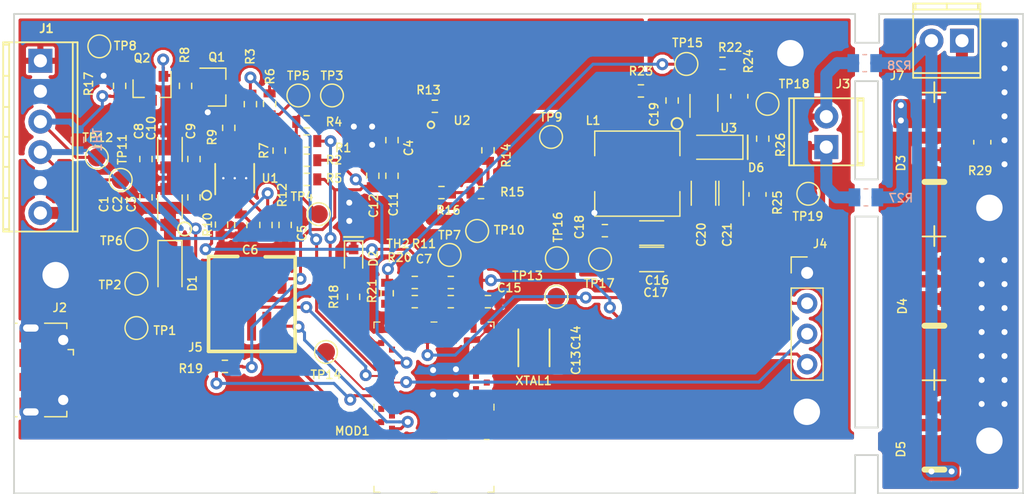
<source format=kicad_pcb>
(kicad_pcb (version 20171130) (host pcbnew "(6.0.0-rc1-dev-233-g53236a383)")
  (layers (0 F.Cu signal) (31 B.Cu jumper) (34 B.Paste user) (35 F.Paste user) (36 B.SilkS user) (37 F.SilkS user) (38 B.Mask user) (39 F.Mask user) (44 Edge.Cuts user))
  (net 0 "")
  (net 1 /Power/SOLAR_VDD)
  (net 2 GND)
  (net 3 /LED_Driver/BATT_VDD)
  (net 4 /Power/NTC_P)
  (net 5 "Net-(C6-Pad1)")
  (net 6 /BLE/ADC_I_CHRG)
  (net 7 VDD)
  (net 8 "Net-(C13-Pad2)")
  (net 9 "Net-(C14-Pad1)")
  (net 10 "Net-(C19-Pad1)")
  (net 11 /Power/VUSB)
  (net 12 "Net-(D2-Pad2)")
  (net 13 "Net-(D3-Pad1)")
  (net 14 "Net-(D3-Pad2)")
  (net 15 GNDPWR)
  (net 16 "Net-(D4-Pad2)")
  (net 17 "Net-(D5-Pad2)")
  (net 18 "Net-(D6-Pad2)")
  (net 19 /Power/NTC_N)
  (net 20 "Net-(J2-Pad2)")
  (net 21 "Net-(J2-Pad4)")
  (net 22 "Net-(J2-Pad3)")
  (net 23 /BLE/UART_RX)
  (net 24 /BLE/UART_TX)
  (net 25 /BLE/SWDIO)
  (net 26 /BLE/SWDCLK)
  (net 27 /BLE/SWO)
  (net 28 "Net-(J5-Pad7)")
  (net 29 "Net-(J5-Pad8)")
  (net 30 /BLE/RESET)
  (net 31 "Net-(MOD1-Pad6)")
  (net 32 "Net-(MOD1-Pad7)")
  (net 33 "Net-(MOD1-Pad8)")
  (net 34 "Net-(MOD1-Pad9)")
  (net 35 "Net-(MOD1-Pad10)")
  (net 36 "Net-(MOD1-Pad11)")
  (net 37 "Net-(MOD1-Pad12)")
  (net 38 "Net-(MOD1-Pad15)")
  (net 39 "Net-(MOD1-Pad20)")
  (net 40 /BLE/NTC_SNS)
  (net 41 "Net-(MOD1-Pad22)")
  (net 42 /BLE/NTC_VDD)
  (net 43 "Net-(MOD1-Pad25)")
  (net 44 "Net-(MOD1-Pad26)")
  (net 45 /BLE/DIM)
  (net 46 "Net-(MOD1-Pad28)")
  (net 47 /BLE/LED)
  (net 48 "Net-(MOD1-Pad32)")
  (net 49 /Power/BQ_EN)
  (net 50 /Power/BQ_PG)
  (net 51 /Power/BQ_CHG)
  (net 52 "Net-(MOD1-Pad38)")
  (net 53 "Net-(MOD1-Pad40)")
  (net 54 "Net-(MOD1-Pad41)")
  (net 55 "Net-(MOD1-Pad42)")
  (net 56 "Net-(Q1-Pad3)")
  (net 57 "Net-(R1-Pad1)")
  (net 58 /Power/~PG)
  (net 59 /Power/~CHG)
  (net 60 "Net-(R9-Pad1)")
  (net 61 "Net-(R10-Pad1)")
  (net 62 "Net-(R13-Pad1)")
  (net 63 "Net-(R14-Pad1)")
  (net 64 "Net-(R15-Pad1)")
  (net 65 "Net-(R21-Pad1)")
  (net 66 /LED/LED_P)
  (net 67 /LED/LED_N)
  (module Mechanical:MountingHole_2.2mm_M2_ISO7380_Pad (layer F.Cu) (at 223.2914 114.173)
    (fp_text reference M5)
    (fp_text value MountigHole_M2)
    (pad 1 thru_hole circle (at 0 0) (size 3.5 3.5) (drill 2.2) (layers *.Cu *.Mask) (net 15 GNDPWR))
  )
  (module Mechanical:MountingHole_2.2mm_M2_ISO7380_Pad (layer F.Cu) (at 208.0768 131.191)
    (fp_text reference M3)
    (fp_text value MountigHole_M2)
    (pad 1 thru_hole circle (at 0 0) (size 3.5 3.5) (drill 2.2) (layers *.Cu *.Mask) (net 2 GND))
  )
  (module Mechanical:MountingHole_2.2mm_M2_ISO7380_Pad (layer F.Cu) (at 206.7052 101.2698)
    (fp_text reference M2)
    (fp_text value MountigHole_M2)
    (pad 1 thru_hole circle (at 0 0) (size 3.5 3.5) (drill 2.2) (layers *.Cu *.Mask) (net 2 GND))
  )
  (module Mechanical:MountingHole_2.2mm_M2_ISO7380_Pad (layer F.Cu) (at 145.4658 119.7864)
    (fp_text reference M1)
    (fp_text value MountigHole_M2)
    (pad 1 thru_hole circle (at 0 0) (size 3.5 3.5) (drill 2.2) (layers *.Cu *.Mask) (net 2 GND))
  )
  (module Mechanical:MountingHole_2.2mm_M2_ISO7380_Pad (layer F.Cu) (at 223.2914 133.604)
    (fp_text reference M4)
    (fp_text value MountigHole_M2)
    (pad 1 thru_hole circle (at 0 0) (size 3.5 3.5) (drill 2.2) (layers *.Cu *.Mask) (net 15 GNDPWR))
  )
  (module Modules:BLE_Rigado_BMD-300 (layer F.Cu) (at 177 130.8 90)
    (fp_text reference MOD1 (at -1.993 -6.806 180) (layer F.SilkS) (effects (font (size 0.7 0.7) (thickness 0.125))))
    (fp_text value BMD-300-A-R)
    (pad 47 smd rect (at -2.35 1.65 90) (size 0.5 0.5) (layers F.Cu F.Paste F.Mask) (net 2 GND))
    (pad 46 smd rect (at -2.35 -1.65 90) (size 0.5 0.5) (layers F.Cu F.Paste F.Mask) (net 2 GND))
    (pad 45 smd rect (at -2.35 -4.4 90) (size 0.5 0.5) (layers F.Cu F.Paste F.Mask) (net 2 GND))
    (pad 44 smd rect (at -1.8 -3.5 90) (size 0.5 0.5) (layers F.Cu F.Paste F.Mask) (net 25 /BLE/SWDIO))
    (pad 43 smd rect (at -1.25 -4.4 90) (size 0.5 0.5) (layers F.Cu F.Paste F.Mask) (net 26 /BLE/SWDCLK))
    (pad 42 smd rect (at -0.7 -3.5 90) (size 0.5 0.5) (layers F.Cu F.Paste F.Mask) (net 55 "Net-(MOD1-Pad42)"))
    (pad 41 smd rect (at -0.15 -4.4 90) (size 0.5 0.5) (layers F.Cu F.Paste F.Mask) (net 54 "Net-(MOD1-Pad41)"))
    (pad 40 smd rect (at 0.4 -3.5 90) (size 0.5 0.5) (layers F.Cu F.Paste F.Mask) (net 53 "Net-(MOD1-Pad40)"))
    (pad 39 smd rect (at 0.95 -4.4 90) (size 0.5 0.5) (layers F.Cu F.Paste F.Mask) (net 30 /BLE/RESET))
    (pad 38 smd rect (at 1.5 -3.5 90) (size 0.5 0.5) (layers F.Cu F.Paste F.Mask) (net 52 "Net-(MOD1-Pad38)"))
    (pad 37 smd rect (at 2.05 -4.4 90) (size 0.5 0.5) (layers F.Cu F.Paste F.Mask) (net 24 /BLE/UART_TX))
    (pad 36 smd rect (at 2.6 -3.5 90) (size 0.5 0.5) (layers F.Cu F.Paste F.Mask) (net 27 /BLE/SWO))
    (pad 35 smd rect (at 3.15 -4.4 90) (size 0.5 0.5) (layers F.Cu F.Paste F.Mask) (net 51 /Power/BQ_CHG))
    (pad 34 smd rect (at 3.7 -3.5 90) (size 0.5 0.5) (layers F.Cu F.Paste F.Mask) (net 50 /Power/BQ_PG))
    (pad 33 smd rect (at 4.25 -4.4 90) (size 0.5 0.5) (layers F.Cu F.Paste F.Mask) (net 49 /Power/BQ_EN))
    (pad 32 smd rect (at 4.8 -3.5 90) (size 0.5 0.5) (layers F.Cu F.Paste F.Mask) (net 48 "Net-(MOD1-Pad32)"))
    (pad 31 smd rect (at 5.35 -4.4 90) (size 0.5 0.5) (layers F.Cu F.Paste F.Mask) (net 47 /BLE/LED))
    (pad 30 smd rect (at 6.45 -4.4 90) (size 0.5 0.5) (layers F.Cu F.Paste F.Mask) (net 2 GND))
    (pad 29 smd rect (at 6.45 -3.3 90) (size 0.5 0.5) (layers F.Cu F.Paste F.Mask) (net 2 GND))
    (pad 28 smd rect (at 5.55 -2.75 90) (size 0.5 0.5) (layers F.Cu F.Paste F.Mask) (net 46 "Net-(MOD1-Pad28)"))
    (pad 27 smd rect (at 6.45 -2.2 90) (size 0.5 0.5) (layers F.Cu F.Paste F.Mask) (net 45 /BLE/DIM))
    (pad 26 smd rect (at 5.55 -1.65 90) (size 0.5 0.5) (layers F.Cu F.Paste F.Mask) (net 44 "Net-(MOD1-Pad26)"))
    (pad 25 smd rect (at 6.45 -1.1 90) (size 0.5 0.5) (layers F.Cu F.Paste F.Mask) (net 43 "Net-(MOD1-Pad25)"))
    (pad 24 smd rect (at 5.55 -0.55 90) (size 0.5 0.5) (layers F.Cu F.Paste F.Mask) (net 23 /BLE/UART_RX))
    (pad 23 smd rect (at 6.45 0 90) (size 0.5 0.5) (layers F.Cu F.Paste F.Mask) (net 42 /BLE/NTC_VDD))
    (pad 22 smd rect (at 5.55 0.55 90) (size 0.5 0.5) (layers F.Cu F.Paste F.Mask) (net 41 "Net-(MOD1-Pad22)"))
    (pad 21 smd rect (at 6.45 1.1 90) (size 0.5 0.5) (layers F.Cu F.Paste F.Mask) (net 40 /BLE/NTC_SNS))
    (pad 20 smd rect (at 5.55 1.65 90) (size 0.5 0.5) (layers F.Cu F.Paste F.Mask) (net 39 "Net-(MOD1-Pad20)"))
    (pad 19 smd rect (at 6.45 2.2 90) (size 0.5 0.5) (layers F.Cu F.Paste F.Mask) (net 6 /BLE/ADC_I_CHRG))
    (pad 18 smd rect (at 5.55 2.75 90) (size 0.5 0.5) (layers F.Cu F.Paste F.Mask) (net 2 GND))
    (pad 17 smd rect (at 6.45 3.3 90) (size 0.5 0.5) (layers F.Cu F.Paste F.Mask) (net 7 VDD))
    (pad 16 smd rect (at 6.45 4.4 90) (size 0.5 0.5) (layers F.Cu F.Paste F.Mask) (net 2 GND))
    (pad 15 smd rect (at 5.35 4.4 90) (size 0.5 0.5) (layers F.Cu F.Paste F.Mask) (net 38 "Net-(MOD1-Pad15)"))
    (pad 14 smd rect (at 4.8 3.5 90) (size 0.5 0.5) (layers F.Cu F.Paste F.Mask) (net 9 "Net-(C14-Pad1)"))
    (pad 13 smd rect (at 4.25 4.4 90) (size 0.5 0.5) (layers F.Cu F.Paste F.Mask) (net 8 "Net-(C13-Pad2)"))
    (pad 12 smd rect (at 3.7 3.5 90) (size 0.5 0.5) (layers F.Cu F.Paste F.Mask) (net 37 "Net-(MOD1-Pad12)"))
    (pad 11 smd rect (at 3.15 4.4 90) (size 0.5 0.5) (layers F.Cu F.Paste F.Mask) (net 36 "Net-(MOD1-Pad11)"))
    (pad 10 smd rect (at 2.6 3.5 90) (size 0.5 0.5) (layers F.Cu F.Paste F.Mask) (net 35 "Net-(MOD1-Pad10)"))
    (pad 9 smd rect (at 2.05 4.4 90) (size 0.5 0.5) (layers F.Cu F.Paste F.Mask) (net 34 "Net-(MOD1-Pad9)"))
    (pad 8 smd rect (at 1.5 3.5 90) (size 0.5 0.5) (layers F.Cu F.Paste F.Mask) (net 33 "Net-(MOD1-Pad8)"))
    (pad 7 smd rect (at 0.95 4.4 90) (size 0.5 0.5) (layers F.Cu F.Paste F.Mask) (net 32 "Net-(MOD1-Pad7)"))
    (pad 6 smd rect (at 0.4 3.5 90) (size 0.5 0.5) (layers F.Cu F.Paste F.Mask) (net 31 "Net-(MOD1-Pad6)"))
    (pad 5 smd rect (at -0.15 4.4 90) (size 0.5 0.5) (layers F.Cu F.Paste F.Mask) (net 2 GND))
    (pad 4 smd rect (at -0.7 3.5 90) (size 0.5 0.5) (layers F.Cu F.Paste F.Mask) (net 2 GND))
    (pad 3 smd rect (at -1.25 4.4 90) (size 0.5 0.5) (layers F.Cu F.Paste F.Mask) (net 2 GND))
    (pad 2 smd rect (at -1.8 3.5 90) (size 0.5 0.5) (layers F.Cu F.Paste F.Mask) (net 2 GND))
    (pad 1 smd rect (at -2.35 4.4 90) (size 0.5 0.5) (layers F.Cu F.Paste F.Mask) (net 2 GND))
  )
  (module Connector_Terminal_Blocks:TerminalBlock_Pheonix_MPT-2.54mm_2pol (layer F.Cu) (at 221.0054 100.2284 180)
    (fp_text reference J7 (at 5.4102 -2.921 180) (layer F.SilkS) (effects (font (size 0.7 0.7) (thickness 0.125))))
    (fp_text value PHOENIX_MPT_1725656)
    (pad 1 thru_hole rect (at 0 0 180) (size 1.99898 1.99898) (drill 1.09728) (layers *.Cu *.Mask) (net 13 "Net-(D3-Pad1)"))
    (pad 2 thru_hole oval (at 2.54 0 180) (size 1.99898 1.99898) (drill 1.09728) (layers *.Cu *.Mask) (net 17 "Net-(D5-Pad2)"))
  )
  (module Diode_SMD:D_SOD-123FL (layer F.Cu) (at 155 119.1 270)
    (fp_text reference D1 (at 1.374 -1.859 270) (layer F.SilkS) (effects (font (size 0.7 0.7) (thickness 0.125))))
    (fp_text value MBR120VLSFT1G)
    (pad 2 smd rect (at 1.475 0 270) (size 1.25 1.22) (layers F.Cu F.Paste F.Mask) (net 11 /Power/VUSB))
    (pad 1 smd rect (at -1.475 0 270) (size 1.25 1.22) (layers F.Cu F.Paste F.Mask) (net 1 /Power/SOLAR_VDD))
  )
  (module Resistor_SMD:R_0805_2012Metric (layer F.Cu) (at 202.447686 104.86417 90)
    (fp_text reference R24 (at 2.93217 0.766314 90) (layer F.SilkS) (effects (font (size 0.7 0.7) (thickness 0.125))))
    (fp_text value 1.5)
    (pad 2 smd rect (at 0.955 0 90) (size 0.97 1.5) (layers F.Cu F.Paste F.Mask) (net 2 GND))
    (pad 1 smd rect (at -0.955 0 90) (size 0.97 1.5) (layers F.Cu F.Paste F.Mask) (net 67 /LED/LED_N))
  )
  (module Resistor_SMD:R_0805_2012Metric (layer B.Cu) (at 213 113.3)
    (fp_text reference R27 (at 2.914 0.062) (layer B.SilkS) (effects (font (size 0.7 0.7) (thickness 0.125)) (justify mirror)))
    (fp_text value 0)
    (pad 2 smd rect (at 0.955 0) (size 0.97 1.5) (layers B.Cu B.Paste B.Mask) (net 13 "Net-(D3-Pad1)"))
    (pad 1 smd rect (at -0.955 0) (size 0.97 1.5) (layers B.Cu B.Paste B.Mask) (net 66 /LED/LED_P))
  )
  (module Resistor_SMD:R_0805_2012Metric (layer B.Cu) (at 212.9 102.1)
    (fp_text reference R28 (at 2.887 0.213) (layer B.SilkS) (effects (font (size 0.7 0.7) (thickness 0.125)) (justify mirror)))
    (fp_text value 0)
    (pad 2 smd rect (at 0.955 0) (size 0.97 1.5) (layers B.Cu B.Paste B.Mask) (net 17 "Net-(D5-Pad2)"))
    (pad 1 smd rect (at -0.955 0) (size 0.97 1.5) (layers B.Cu B.Paste B.Mask) (net 67 /LED/LED_N))
  )
  (module Resistor_SMD:R_0805_2012Metric (layer F.Cu) (at 222.7 108.7 90)
    (fp_text reference R29 (at -2.376 -0.182 180) (layer F.SilkS) (effects (font (size 0.7 0.7) (thickness 0.125))))
    (fp_text value 0)
    (pad 2 smd rect (at 0.955 0 90) (size 0.97 1.5) (layers F.Cu F.Paste F.Mask) (net 13 "Net-(D3-Pad1)"))
    (pad 1 smd rect (at -0.955 0 90) (size 0.97 1.5) (layers F.Cu F.Paste F.Mask) (net 14 "Net-(D3-Pad2)"))
  )
  (module LED_SMD:Cree_MLC (layer F.Cu) (at 218.7 108.3 270)
    (fp_text reference D3 (at 2.141 2.786 270) (layer F.SilkS) (effects (font (size 0.7 0.7) (thickness 0.125))))
    (fp_text value MLCAWT-A1-0000-000051)
    (pad 3 smd rect (at 0 0 270) (size 0.7 3.2) (layers F.Cu F.Paste F.Mask) (net 15 GNDPWR))
    (pad 2 smd rect (at 1.475 1.025 270) (size 1.3 1.15) (layers F.Cu F.Paste F.Mask) (net 14 "Net-(D3-Pad2)"))
    (pad 2 smd rect (at 1.475 -1.025 270) (size 1.3 1.15) (layers F.Cu F.Paste F.Mask) (net 14 "Net-(D3-Pad2)"))
    (pad 1 smd rect (at -1.475 1.025 270) (size 1.3 1.15) (layers F.Cu F.Paste F.Mask) (net 13 "Net-(D3-Pad1)"))
    (pad 1 smd rect (at -1.475 -1.025 270) (size 1.3 1.15) (layers F.Cu F.Paste F.Mask) (net 13 "Net-(D3-Pad1)"))
  )
  (module LED_SMD:Cree_MLC (layer F.Cu) (at 218.7 120.3 270)
    (fp_text reference D4 (at 2.079 2.659 270) (layer F.SilkS) (effects (font (size 0.7 0.7) (thickness 0.125))))
    (fp_text value MLCAWT-A1-0000-000051)
    (pad 3 smd rect (at 0 0 270) (size 0.7 3.2) (layers F.Cu F.Paste F.Mask) (net 15 GNDPWR))
    (pad 2 smd rect (at 1.475 1.025 270) (size 1.3 1.15) (layers F.Cu F.Paste F.Mask) (net 16 "Net-(D4-Pad2)"))
    (pad 2 smd rect (at 1.475 -1.025 270) (size 1.3 1.15) (layers F.Cu F.Paste F.Mask) (net 16 "Net-(D4-Pad2)"))
    (pad 1 smd rect (at -1.475 1.025 270) (size 1.3 1.15) (layers F.Cu F.Paste F.Mask) (net 14 "Net-(D3-Pad2)"))
    (pad 1 smd rect (at -1.475 -1.025 270) (size 1.3 1.15) (layers F.Cu F.Paste F.Mask) (net 14 "Net-(D3-Pad2)"))
  )
  (module LED_SMD:Cree_MLC (layer F.Cu) (at 218.7 132.3 270)
    (fp_text reference D5 (at 2.017 2.786 270) (layer F.SilkS) (effects (font (size 0.7 0.7) (thickness 0.125))))
    (fp_text value MLCAWT-A1-0000-000051)
    (pad 3 smd rect (at 0 0 270) (size 0.7 3.2) (layers F.Cu F.Paste F.Mask) (net 15 GNDPWR))
    (pad 2 smd rect (at 1.475 1.025 270) (size 1.3 1.15) (layers F.Cu F.Paste F.Mask) (net 17 "Net-(D5-Pad2)"))
    (pad 2 smd rect (at 1.475 -1.025 270) (size 1.3 1.15) (layers F.Cu F.Paste F.Mask) (net 17 "Net-(D5-Pad2)"))
    (pad 1 smd rect (at -1.475 1.025 270) (size 1.3 1.15) (layers F.Cu F.Paste F.Mask) (net 16 "Net-(D4-Pad2)"))
    (pad 1 smd rect (at -1.475 -1.025 270) (size 1.3 1.15) (layers F.Cu F.Paste F.Mask) (net 16 "Net-(D4-Pad2)"))
  )
  (module Diode_SMD:D_SOD-123 (layer F.Cu) (at 200.547686 109.11917 180)
    (fp_text reference D6 (at -3.301314 -1.70283 180) (layer F.SilkS) (effects (font (size 0.7 0.7) (thickness 0.125))))
    (fp_text value MBR0580S1-7)
    (pad 2 smd rect (at 1.575 0 180) (size 0.9 0.95) (layers F.Cu F.Paste F.Mask) (net 18 "Net-(D6-Pad2)"))
    (pad 1 smd rect (at -1.575 0 180) (size 0.9 0.95) (layers F.Cu F.Paste F.Mask) (net 66 /LED/LED_P))
  )
  (module Crystal:ABS07-32.768KHZ-7-T (layer F.Cu) (at 185.33265 125.901042 90)
    (fp_text reference XTAL1 (at -2.700958 -0.02565 180) (layer F.SilkS) (effects (font (size 0.7 0.7) (thickness 0.125))))
    (fp_text value ABS07-32.768KHZ)
    (pad 2 smd rect (at 1.25 0 90) (size 1.1 1.9) (layers F.Cu F.Paste F.Mask) (net 9 "Net-(C14-Pad1)"))
    (pad 1 smd rect (at -1.25 0 90) (size 1.1 1.9) (layers F.Cu F.Paste F.Mask) (net 8 "Net-(C13-Pad2)"))
  )
  (module Ceramic_Capacitor_SMD:C_0603_1608Metric (layer F.Cu) (at 152.995517 113.300521 90)
    (fp_text reference C1 (at -0.569479 -3.502517 90) (layer F.SilkS) (effects (font (size 0.7 0.7) (thickness 0.125))))
    (fp_text value 1uF)
    (pad 2 smd rect (at 0.875 0 90) (size 0.67 1) (layers F.Cu F.Paste F.Mask) (net 2 GND))
    (pad 1 smd rect (at -0.875 0 90) (size 0.67 1) (layers F.Cu F.Paste F.Mask) (net 1 /Power/SOLAR_VDD))
  )
  (module Ceramic_Capacitor_SMD:C_0603_1608Metric (layer F.Cu) (at 156.995517 113.300521 90)
    (fp_text reference C3 (at -0.569479 -5.216517 90) (layer F.SilkS) (effects (font (size 0.7 0.7) (thickness 0.125))))
    (fp_text value 0.1uF)
    (pad 2 smd rect (at 0.875 0 90) (size 0.67 1) (layers F.Cu F.Paste F.Mask) (net 2 GND))
    (pad 1 smd rect (at -0.875 0 90) (size 0.67 1) (layers F.Cu F.Paste F.Mask) (net 1 /Power/SOLAR_VDD))
  )
  (module Ceramic_Capacitor_SMD:C_0603_1608Metric (layer F.Cu) (at 173.5 108.525 270)
    (fp_text reference C4 (at 0.646 -1.393 270) (layer F.SilkS) (effects (font (size 0.7 0.7) (thickness 0.125))))
    (fp_text value 1uF)
    (pad 2 smd rect (at 0.875 0 270) (size 0.67 1) (layers F.Cu F.Paste F.Mask) (net 2 GND))
    (pad 1 smd rect (at -0.875 0 270) (size 0.67 1) (layers F.Cu F.Paste F.Mask) (net 3 /LED_Driver/BATT_VDD))
  )
  (module Ceramic_Capacitor_SMD:C_0603_1608Metric (layer F.Cu) (at 164.595517 115.600521 270)
    (fp_text reference C5 (at 0.682479 -1.407483 270) (layer F.SilkS) (effects (font (size 0.7 0.7) (thickness 0.125))))
    (fp_text value 1uF)
    (pad 2 smd rect (at 0.875 0 270) (size 0.67 1) (layers F.Cu F.Paste F.Mask) (net 2 GND))
    (pad 1 smd rect (at -0.875 0 270) (size 0.67 1) (layers F.Cu F.Paste F.Mask) (net 4 /Power/NTC_P))
  )
  (module Ceramic_Capacitor_SMD:C_0603_1608Metric (layer F.Cu) (at 160.895517 115.600521 270)
    (fp_text reference C6 (at 2.079479 -0.789483) (layer F.SilkS) (effects (font (size 0.7 0.7) (thickness 0.125))))
    (fp_text value 1uF)
    (pad 2 smd rect (at 0.875 0 270) (size 0.67 1) (layers F.Cu F.Paste F.Mask) (net 2 GND))
    (pad 1 smd rect (at -0.875 0 270) (size 0.67 1) (layers F.Cu F.Paste F.Mask) (net 5 "Net-(C6-Pad1)"))
  )
  (module Ceramic_Capacitor_SMD:C_0603_1608Metric (layer F.Cu) (at 178.4 122 180)
    (fp_text reference C7 (at 2.237 3.558 180) (layer F.SilkS) (effects (font (size 0.7 0.7) (thickness 0.125))))
    (fp_text value 1uF)
    (pad 2 smd rect (at 0.875 0 180) (size 0.67 1) (layers F.Cu F.Paste F.Mask) (net 2 GND))
    (pad 1 smd rect (at -0.875 0 180) (size 0.67 1) (layers F.Cu F.Paste F.Mask) (net 6 /BLE/ADC_I_CHRG))
  )
  (module Ceramic_Capacitor_SMD:C_0603_1608Metric (layer F.Cu) (at 152.995517 110.100521 270)
    (fp_text reference C8 (at -2.326521 0.581517 270) (layer F.SilkS) (effects (font (size 0.7 0.7) (thickness 0.125))))
    (fp_text value 1uF)
    (pad 2 smd rect (at 0.875 0 270) (size 0.67 1) (layers F.Cu F.Paste F.Mask) (net 2 GND))
    (pad 1 smd rect (at -0.875 0 270) (size 0.67 1) (layers F.Cu F.Paste F.Mask) (net 3 /LED_Driver/BATT_VDD))
  )
  (module Ceramic_Capacitor_SMD:C_0603_1608Metric (layer F.Cu) (at 156.995517 110.100521 270)
    (fp_text reference C9 (at -2.326521 0.263517 270) (layer F.SilkS) (effects (font (size 0.7 0.7) (thickness 0.125))))
    (fp_text value 0.1uF)
    (pad 2 smd rect (at 0.875 0 270) (size 0.67 1) (layers F.Cu F.Paste F.Mask) (net 2 GND))
    (pad 1 smd rect (at -0.875 0 270) (size 0.67 1) (layers F.Cu F.Paste F.Mask) (net 3 /LED_Driver/BATT_VDD))
  )
  (module Ceramic_Capacitor_SMD:C_0603_1608Metric (layer F.Cu) (at 173.5 111.5 90)
    (fp_text reference C11 (at -2.37 0.123 90) (layer F.SilkS) (effects (font (size 0.7 0.7) (thickness 0.125))))
    (fp_text value 1uF)
    (pad 2 smd rect (at 0.875 0 90) (size 0.67 1) (layers F.Cu F.Paste F.Mask) (net 2 GND))
    (pad 1 smd rect (at -0.875 0 90) (size 0.67 1) (layers F.Cu F.Paste F.Mask) (net 7 VDD))
  )
  (module Ceramic_Capacitor_SMD:C_0603_1608Metric (layer F.Cu) (at 171.9 111.5 90)
    (fp_text reference C12 (at -2.497 0.072 90) (layer F.SilkS) (effects (font (size 0.7 0.7) (thickness 0.125))))
    (fp_text value 0.1uF)
    (pad 2 smd rect (at 0.875 0 90) (size 0.67 1) (layers F.Cu F.Paste F.Mask) (net 2 GND))
    (pad 1 smd rect (at -0.875 0 90) (size 0.67 1) (layers F.Cu F.Paste F.Mask) (net 7 VDD))
  )
  (module Ceramic_Capacitor_SMD:C_0603_1608Metric (layer F.Cu) (at 181.5 122)
    (fp_text reference C15 (at 1.775 -1.145) (layer F.SilkS) (effects (font (size 0.7 0.7) (thickness 0.125))))
    (fp_text value 4.7uF)
    (pad 2 smd rect (at 0.875 0) (size 0.67 1) (layers F.Cu F.Paste F.Mask) (net 2 GND))
    (pad 1 smd rect (at -0.875 0) (size 0.67 1) (layers F.Cu F.Paste F.Mask) (net 7 VDD))
  )
  (module Ceramic_Capacitor_SMD:C_0603_1608Metric (layer F.Cu) (at 191.243471 116.077377 180)
    (fp_text reference C18 (at 2.126471 0.302377 270) (layer F.SilkS) (effects (font (size 0.7 0.7) (thickness 0.125))))
    (fp_text value 0.1uF)
    (pad 2 smd rect (at 0.875 0 180) (size 0.67 1) (layers F.Cu F.Paste F.Mask) (net 2 GND))
    (pad 1 smd rect (at -0.875 0 180) (size 0.67 1) (layers F.Cu F.Paste F.Mask) (net 3 /LED_Driver/BATT_VDD))
  )
  (module Ceramic_Capacitor_SMD:C_0603_1608Metric (layer F.Cu) (at 196.847686 105.21917 270)
    (fp_text reference C19 (at 1.15783 1.507686 270) (layer F.SilkS) (effects (font (size 0.7 0.7) (thickness 0.125))))
    (fp_text value 1uF)
    (pad 2 smd rect (at 0.875 0 270) (size 0.67 1) (layers F.Cu F.Paste F.Mask) (net 2 GND))
    (pad 1 smd rect (at -0.875 0 270) (size 0.67 1) (layers F.Cu F.Paste F.Mask) (net 10 "Net-(C19-Pad1)"))
  )
  (module Connector_Terminal_Blocks:TerminalBlock_Pheonix_MPT-2.54mm_2pol (layer F.Cu) (at 209.7 109.1 90)
    (fp_text reference J3 (at 5.263 1.388 180) (layer F.SilkS) (effects (font (size 0.7 0.7) (thickness 0.125))))
    (fp_text value PHOENIX_MPT_1725656)
    (pad 1 thru_hole rect (at 0 0 90) (size 1.99898 1.99898) (drill 1.09728) (layers *.Cu *.Mask) (net 66 /LED/LED_P))
    (pad 2 thru_hole oval (at 2.54 0 90) (size 1.99898 1.99898) (drill 1.09728) (layers *.Cu *.Mask) (net 67 /LED/LED_N))
  )
  (module Connector_Terminal_Blocks:TerminalBlock_Pheonix_MPT-2.54mm_6pol (layer F.Cu) (at 144.1958 101.9048 270)
    (fp_text reference J1 (at -2.6924 -0.508 180) (layer F.SilkS) (effects (font (size 0.7 0.7))))
    (fp_text value PHEONIX_MPT_1725698)
    (pad 6 thru_hole oval (at 12.7 0 90) (size 1.99898 1.99898) (drill 1.09728) (layers *.Cu *.Mask) (net 1 /Power/SOLAR_VDD))
    (pad 5 thru_hole oval (at 10.16 0 90) (size 1.99898 1.99898) (drill 1.09728) (layers *.Cu *.Mask) (net 2 GND))
    (pad 3 thru_hole oval (at 5.08 0 90) (size 1.99898 1.99898) (drill 1.09728) (layers *.Cu *.Mask) (net 19 /Power/NTC_N))
    (pad 2 thru_hole oval (at 2.54 0 90) (size 1.99898 1.99898) (drill 1.09728) (layers *.Cu *.Mask) (net 2 GND))
    (pad 1 thru_hole rect (at 0 0 90) (size 1.99898 1.99898) (drill 1.09728) (layers *.Cu *.Mask) (net 3 /LED_Driver/BATT_VDD))
    (pad 4 thru_hole oval (at 7.62 0 90) (size 1.99898 1.99898) (drill 1.09728) (layers *.Cu *.Mask) (net 4 /Power/NTC_P))
  )
  (module Ceramic_Capacitor_SMD:C_1206_3216Metric (layer F.Cu) (at 154.995517 114.100521 90)
    (fp_text reference C2 (at 0.230521 -4.359517 90) (layer F.SilkS) (effects (font (size 0.7 0.7) (thickness 0.125))))
    (fp_text value 10uF)
    (pad 2 smd rect (at 1.5 0 90) (size 1 1.6) (layers F.Cu F.Paste F.Mask) (net 2 GND))
    (pad 1 smd rect (at -1.5 0 90) (size 1 1.6) (layers F.Cu F.Paste F.Mask) (net 1 /Power/SOLAR_VDD))
  )
  (module Ceramic_Capacitor_SMD:C_1206_3216Metric (layer F.Cu) (at 154.995517 109.300521 270)
    (fp_text reference C10 (at -1.780521 1.565517 270) (layer F.SilkS) (effects (font (size 0.7 0.7) (thickness 0.125))))
    (fp_text value 10uF)
    (pad 2 smd rect (at 1.5 0 270) (size 1 1.6) (layers F.Cu F.Paste F.Mask) (net 2 GND))
    (pad 1 smd rect (at -1.5 0 270) (size 1 1.6) (layers F.Cu F.Paste F.Mask) (net 3 /LED_Driver/BATT_VDD))
  )
  (module Ceramic_Capacitor_SMD:C_0402_1005Metric (layer F.Cu) (at 187.33265 127.101042 270)
    (fp_text reference C13 (at 0 -1.5 270) (layer F.SilkS) (effects (font (size 0.7 0.7) (thickness 0.125))))
    (fp_text value 6pF)
    (pad 2 smd rect (at 0.3875 0 270) (size 0.575 0.65) (layers F.Cu F.Paste F.Mask) (net 8 "Net-(C13-Pad2)"))
    (pad 1 smd rect (at -0.3875 0 270) (size 0.575 0.65) (layers F.Cu F.Paste F.Mask) (net 2 GND))
  )
  (module Ceramic_Capacitor_SMD:C_0402_1005Metric (layer F.Cu) (at 187.33265 125.013542 270)
    (fp_text reference C14 (at 0 -1.5 270) (layer F.SilkS) (effects (font (size 0.7 0.7) (thickness 0.125))))
    (fp_text value 6pF)
    (pad 2 smd rect (at 0.3875 0 270) (size 0.575 0.65) (layers F.Cu F.Paste F.Mask) (net 2 GND))
    (pad 1 smd rect (at -0.3875 0 270) (size 0.575 0.65) (layers F.Cu F.Paste F.Mask) (net 9 "Net-(C14-Pad1)"))
  )
  (module Ceramic_Capacitor_SMD:C_1206_3216Metric (layer F.Cu) (at 195.143471 116.277377)
    (fp_text reference C16 (at 0.450529 3.942623) (layer F.SilkS) (effects (font (size 0.7 0.7) (thickness 0.125))))
    (fp_text value 10uF)
    (pad 2 smd rect (at 1.5 0) (size 1 1.6) (layers F.Cu F.Paste F.Mask) (net 2 GND))
    (pad 1 smd rect (at -1.5 0) (size 1 1.6) (layers F.Cu F.Paste F.Mask) (net 3 /LED_Driver/BATT_VDD))
  )
  (module Ceramic_Capacitor_SMD:C_1206_3216Metric (layer F.Cu) (at 195.143471 118.477377)
    (fp_text reference C17 (at 0.323529 2.758623) (layer F.SilkS) (effects (font (size 0.7 0.7) (thickness 0.125))))
    (fp_text value 10uF)
    (pad 2 smd rect (at 1.5 0) (size 1 1.6) (layers F.Cu F.Paste F.Mask) (net 2 GND))
    (pad 1 smd rect (at -1.5 0) (size 1 1.6) (layers F.Cu F.Paste F.Mask) (net 3 /LED_Driver/BATT_VDD))
  )
  (module Ceramic_Capacitor_SMD:C_1206_3216Metric (layer F.Cu) (at 199.463439 112.954967 270)
    (fp_text reference C20 (at 3.455033 0.186439 270) (layer F.SilkS) (effects (font (size 0.7 0.7) (thickness 0.125))))
    (fp_text value 4.7uF)
    (pad 2 smd rect (at 1.5 0 270) (size 1 1.6) (layers F.Cu F.Paste F.Mask) (net 2 GND))
    (pad 1 smd rect (at -1.5 0 270) (size 1 1.6) (layers F.Cu F.Paste F.Mask) (net 66 /LED/LED_P))
  )
  (module Ceramic_Capacitor_SMD:C_1206_3216Metric (layer F.Cu) (at 201.763439 112.954967 270)
    (fp_text reference C21 (at 3.455033 0.327439 270) (layer F.SilkS) (effects (font (size 0.7 0.7) (thickness 0.125))))
    (fp_text value 4.7uF)
    (pad 2 smd rect (at 1.5 0 270) (size 1 1.6) (layers F.Cu F.Paste F.Mask) (net 2 GND))
    (pad 1 smd rect (at -1.5 0 270) (size 1 1.6) (layers F.Cu F.Paste F.Mask) (net 66 /LED/LED_P))
  )
  (module LED_SMD:LED_0603_1608Metric (layer F.Cu) (at 170.3 118.4 270)
    (fp_text reference D2 (at 0 -1.65 270) (layer F.SilkS) (effects (font (size 0.7 0.7) (thickness 0.125))))
    (fp_text value LTST-C191KGKT)
    (pad 2 smd rect (at 0.75 0 270) (size 0.8 0.8) (layers F.Cu F.Paste F.Mask) (net 12 "Net-(D2-Pad2)"))
    (pad 1 smd rect (at -0.75 0 270) (size 0.8 0.8) (layers F.Cu F.Paste F.Mask) (net 2 GND))
  )
  (module USB_connector:USB_Micro-B_Molex-105017-0001 (layer F.Cu) (at 143.75 127.7 270)
    (fp_text reference J2 (at -5.194 -2.06 180) (layer F.SilkS) (effects (font (size 0.7 0.7) (thickness 0.125))))
    (fp_text value USB_MicroB)
    (pad 6 smd rect (at -2.9 0.35 270) (size 1.2 1.9) (layers F.Cu F.Mask) (net 2 GND))
    (pad 6 smd rect (at 2.9 0.35 270) (size 1.2 1.9) (layers F.Cu F.Mask) (net 2 GND))
    (pad 6 thru_hole oval (at 3.5 0.35 270) (size 1.2 1.9) (drill oval 0.6 1.3) (layers *.Cu *.Mask) (net 2 GND))
    (pad 6 thru_hole oval (at -3.5 0.35 90) (size 1.2 1.9) (drill oval 0.6 1.3) (layers *.Cu *.Mask) (net 2 GND))
    (pad 6 smd rect (at -1 0.35 270) (size 1.5 1.9) (layers F.Cu F.Paste F.Mask) (net 2 GND))
    (pad 6 thru_hole circle (at 2.5 -2.35 270) (size 1.45 1.45) (drill 0.85) (layers *.Cu *.Mask) (net 2 GND))
    (pad 3 smd rect (at 0 -2.35 270) (size 0.4 1.35) (layers F.Cu F.Paste F.Mask) (net 22 "Net-(J2-Pad3)"))
    (pad 4 smd rect (at 0.65 -2.35 270) (size 0.4 1.35) (layers F.Cu F.Paste F.Mask) (net 21 "Net-(J2-Pad4)"))
    (pad 5 smd rect (at 1.3 -2.35 270) (size 0.4 1.35) (layers F.Cu F.Paste F.Mask) (net 2 GND))
    (pad 1 smd rect (at -1.3 -2.35 270) (size 0.4 1.35) (layers F.Cu F.Paste F.Mask) (net 11 /Power/VUSB))
    (pad 2 smd rect (at -0.65 -2.35 270) (size 0.4 1.35) (layers F.Cu F.Paste F.Mask) (net 20 "Net-(J2-Pad2)"))
    (pad 6 thru_hole circle (at -2.5 -2.35 270) (size 1.45 1.45) (drill 0.85) (layers *.Cu *.Mask) (net 2 GND))
    (pad 6 smd rect (at 1 0.35 270) (size 1.5 1.9) (layers F.Cu F.Paste F.Mask) (net 2 GND))
  )
  (module Connector_Pin_Header:Pin_Header_Straight_1x04_Pitch2.54mm (layer F.Cu) (at 208.1 119.6)
    (fp_text reference J4 (at 1.083 -2.428) (layer F.SilkS) (effects (font (size 0.7 0.7) (thickness 0.125))))
    (fp_text value WURTH_61300411121)
    (pad 4 thru_hole oval (at 0 7.62) (size 1.7 1.7) (drill 1) (layers *.Cu *.Mask) (net 7 VDD))
    (pad 3 thru_hole oval (at 0 5.08) (size 1.7 1.7) (drill 1) (layers *.Cu *.Mask) (net 24 /BLE/UART_TX))
    (pad 2 thru_hole oval (at 0 2.54) (size 1.7 1.7) (drill 1) (layers *.Cu *.Mask) (net 23 /BLE/UART_RX))
    (pad 1 thru_hole rect (at 0 0) (size 1.7 1.7) (drill 1) (layers *.Cu *.Mask) (net 2 GND))
  )
  (module Connector_Pin_Header:Pin_Header_Straight_2x05_Pitch1.27mm_SMD (layer F.Cu) (at 161.8 122.1 270)
    (fp_text reference J5 (at 3.708 4.687) (layer F.SilkS) (effects (font (size 0.7 0.7) (thickness 0.125))))
    (fp_text value FTSH-105-01-F-DV-K)
    (pad 10 smd rect (at 1.95 2.54 270) (size 2.4 0.74) (layers F.Cu F.Paste F.Mask) (net 30 /BLE/RESET))
    (pad 9 smd rect (at -1.95 2.54 270) (size 2.4 0.74) (layers F.Cu F.Paste F.Mask) (net 2 GND))
    (pad 8 smd rect (at 1.95 1.27 270) (size 2.4 0.74) (layers F.Cu F.Paste F.Mask) (net 29 "Net-(J5-Pad8)"))
    (pad 7 smd rect (at -1.95 1.27 270) (size 2.4 0.74) (layers F.Cu F.Paste F.Mask) (net 28 "Net-(J5-Pad7)"))
    (pad 6 smd rect (at 1.95 0 270) (size 2.4 0.74) (layers F.Cu F.Paste F.Mask) (net 27 /BLE/SWO))
    (pad 5 smd rect (at -1.95 0 270) (size 2.4 0.74) (layers F.Cu F.Paste F.Mask) (net 2 GND))
    (pad 4 smd rect (at 1.95 -1.27 270) (size 2.4 0.74) (layers F.Cu F.Paste F.Mask) (net 26 /BLE/SWDCLK))
    (pad 3 smd rect (at -1.95 -1.27 270) (size 2.4 0.74) (layers F.Cu F.Paste F.Mask) (net 2 GND))
    (pad 2 smd rect (at 1.95 -2.54 270) (size 2.4 0.74) (layers F.Cu F.Paste F.Mask) (net 25 /BLE/SWDIO))
    (pad 1 smd rect (at -1.95 -2.54 270) (size 2.4 0.74) (layers F.Cu F.Paste F.Mask) (net 7 VDD))
  )
  (module Inductor_SMD:L_Wurth_5030 (layer F.Cu) (at 193.947686 111.31917 180)
    (fp_text reference L1 (at 3.687686 4.43417 180) (layer F.SilkS) (effects (font (size 0.7 0.7) (thickness 0.125))))
    (fp_text value 10uH_2.4A)
    (pad 2 smd rect (at 2.25 0 180) (size 2 1.8) (layers F.Cu F.Paste F.Mask) (net 3 /LED_Driver/BATT_VDD))
    (pad 1 smd rect (at -2.25 0 180) (size 2 1.8) (layers F.Cu F.Paste F.Mask) (net 18 "Net-(D6-Pad2)"))
  )
  (module SOT:SOT-23 (layer F.Cu) (at 158.895517 104.100521)
    (fp_text reference Q1 (at 0 -2.5) (layer F.SilkS) (effects (font (size 0.7 0.7) (thickness 0.125))))
    (fp_text value DMN65D8L-7)
    (pad 3 smd rect (at 1 0) (size 0.9 0.8) (layers F.Cu F.Paste F.Mask) (net 56 "Net-(Q1-Pad3)"))
    (pad 2 smd rect (at -1 0.95) (size 0.9 0.8) (layers F.Cu F.Paste F.Mask) (net 2 GND))
    (pad 1 smd rect (at -1 -0.95) (size 0.9 0.8) (layers F.Cu F.Paste F.Mask) (net 11 /Power/VUSB))
  )
  (module SOT:SOT-23 (layer F.Cu) (at 153.5 104.2 270)
    (fp_text reference Q2 (at -2.522 0.832 180) (layer F.SilkS) (effects (font (size 0.7 0.7) (thickness 0.125))))
    (fp_text value DMN65D8L-7)
    (pad 3 smd rect (at 1 0 270) (size 0.9 0.8) (layers F.Cu F.Paste F.Mask) (net 19 /Power/NTC_N))
    (pad 2 smd rect (at -1 0.95 270) (size 0.9 0.8) (layers F.Cu F.Paste F.Mask) (net 2 GND))
    (pad 1 smd rect (at -1 -0.95 270) (size 0.9 0.8) (layers F.Cu F.Paste F.Mask) (net 11 /Power/VUSB))
  )
  (module Resistor_SMD:R_0603_1608Metric (layer F.Cu) (at 166.4 108.6)
    (fp_text reference R1 (at 3.032 0.571) (layer F.SilkS) (effects (font (size 0.7 0.7) (thickness 0.125))))
    (fp_text value 0)
    (pad 2 smd rect (at 0.875 0) (size 0.67 1) (layers F.Cu F.Paste F.Mask) (net 49 /Power/BQ_EN))
    (pad 1 smd rect (at -0.875 0) (size 0.67 1) (layers F.Cu F.Paste F.Mask) (net 57 "Net-(R1-Pad1)"))
  )
  (module Resistor_SMD:R_0603_1608Metric (layer F.Cu) (at 166.4 110.2)
    (fp_text reference R2 (at 2.27 -0.013) (layer F.SilkS) (effects (font (size 0.7 0.7) (thickness 0.125))))
    (fp_text value 0)
    (pad 2 smd rect (at 0.875 0) (size 0.67 1) (layers F.Cu F.Paste F.Mask) (net 50 /Power/BQ_PG))
    (pad 1 smd rect (at -0.875 0) (size 0.67 1) (layers F.Cu F.Paste F.Mask) (net 58 /Power/~PG))
  )
  (module Resistor_SMD:R_0603_1608Metric (layer F.Cu) (at 161.7 105.525 90)
    (fp_text reference R3 (at 3.974 -0.015 90) (layer F.SilkS) (effects (font (size 0.7 0.7) (thickness 0.125))))
    (fp_text value 0)
    (pad 2 smd rect (at 0.875 0 90) (size 0.67 1) (layers F.Cu F.Paste F.Mask) (net 51 /Power/BQ_CHG))
    (pad 1 smd rect (at -0.875 0 90) (size 0.67 1) (layers F.Cu F.Paste F.Mask) (net 59 /Power/~CHG))
  )
  (module Resistor_SMD:R_0603_1608Metric (layer F.Cu) (at 166.4 107 180)
    (fp_text reference R4 (at -2.27 -0.012 180) (layer F.SilkS) (effects (font (size 0.7 0.7) (thickness 0.125))))
    (fp_text value 1M)
    (pad 2 smd rect (at 0.875 0 180) (size 0.67 1) (layers F.Cu F.Paste F.Mask) (net 57 "Net-(R1-Pad1)"))
    (pad 1 smd rect (at -0.875 0 180) (size 0.67 1) (layers F.Cu F.Paste F.Mask) (net 7 VDD))
  )
  (module Resistor_SMD:R_0603_1608Metric (layer F.Cu) (at 166.4 111.8 180)
    (fp_text reference R5 (at -2.27 0.089 180) (layer F.SilkS) (effects (font (size 0.7 0.7) (thickness 0.125))))
    (fp_text value 1M)
    (pad 2 smd rect (at 0.875 0 180) (size 0.67 1) (layers F.Cu F.Paste F.Mask) (net 58 /Power/~PG))
    (pad 1 smd rect (at -0.875 0 180) (size 0.67 1) (layers F.Cu F.Paste F.Mask) (net 7 VDD))
  )
  (module Resistor_SMD:R_0603_1608Metric (layer F.Cu) (at 163.3 105.5 270)
    (fp_text reference R6 (at -2.298 -0.036 270) (layer F.SilkS) (effects (font (size 0.7 0.7) (thickness 0.125))))
    (fp_text value 1M)
    (pad 2 smd rect (at 0.875 0 270) (size 0.67 1) (layers F.Cu F.Paste F.Mask) (net 59 /Power/~CHG))
    (pad 1 smd rect (at -0.875 0 270) (size 0.67 1) (layers F.Cu F.Paste F.Mask) (net 7 VDD))
  )
  (module Resistor_SMD:R_0603_1608Metric (layer F.Cu) (at 164.1 109.4 90)
    (fp_text reference R7 (at 0 -1.272 90) (layer F.SilkS) (effects (font (size 0.7 0.7) (thickness 0.125))))
    (fp_text value 0)
    (pad 2 smd rect (at 0.875 0 90) (size 0.67 1) (layers F.Cu F.Paste F.Mask) (net 57 "Net-(R1-Pad1)"))
    (pad 1 smd rect (at -0.875 0 90) (size 0.67 1) (layers F.Cu F.Paste F.Mask) (net 58 /Power/~PG))
  )
  (module Resistor_SMD:R_0603_1608Metric (layer F.Cu) (at 156.295517 104.000521 270)
    (fp_text reference R8 (at -2.576521 0.071517 270) (layer F.SilkS) (effects (font (size 0.7 0.7) (thickness 0.125))))
    (fp_text value 100k)
    (pad 2 smd rect (at 0.875 0 270) (size 0.67 1) (layers F.Cu F.Paste F.Mask) (net 2 GND))
    (pad 1 smd rect (at -0.875 0 270) (size 0.67 1) (layers F.Cu F.Paste F.Mask) (net 11 /Power/VUSB))
  )
  (module Resistor_SMD:R_0603_1608Metric (layer F.Cu) (at 159.895517 107.500521 90)
    (fp_text reference R9 (at -0.781479 -1.385517 90) (layer F.SilkS) (effects (font (size 0.7 0.7) (thickness 0.125))))
    (fp_text value 5.62k)
    (pad 2 smd rect (at 0.875 0 90) (size 0.67 1) (layers F.Cu F.Paste F.Mask) (net 56 "Net-(Q1-Pad3)"))
    (pad 1 smd rect (at -0.875 0 90) (size 0.67 1) (layers F.Cu F.Paste F.Mask) (net 60 "Net-(R9-Pad1)"))
  )
  (module Resistor_SMD:R_0603_1608Metric (layer F.Cu) (at 159.295517 115.575521 270)
    (fp_text reference R10 (at 0 1.166517 270) (layer F.SilkS) (effects (font (size 0.7 0.7) (thickness 0.125))))
    (fp_text value 866)
    (pad 2 smd rect (at 0.875 0 270) (size 0.67 1) (layers F.Cu F.Paste F.Mask) (net 2 GND))
    (pad 1 smd rect (at -0.875 0 270) (size 0.67 1) (layers F.Cu F.Paste F.Mask) (net 61 "Net-(R10-Pad1)"))
  )
  (module Resistor_SMD:R_0603_1608Metric (layer F.Cu) (at 178.4 120.4 180)
    (fp_text reference R11 (at 2.237 3.228 180) (layer F.SilkS) (effects (font (size 0.7 0.7) (thickness 0.125))))
    (fp_text value 47k)
    (pad 2 smd rect (at 0.875 0 180) (size 0.67 1) (layers F.Cu F.Paste F.Mask) (net 61 "Net-(R10-Pad1)"))
    (pad 1 smd rect (at -0.875 0 180) (size 0.67 1) (layers F.Cu F.Paste F.Mask) (net 6 /BLE/ADC_I_CHRG))
  )
  (module Resistor_SMD:R_0603_1608Metric (layer F.Cu) (at 162.995517 115.600521 90)
    (fp_text reference R12 (at 2.492521 1.356483 90) (layer F.SilkS) (effects (font (size 0.7 0.7) (thickness 0.125))))
    (fp_text value 180k)
    (pad 2 smd rect (at 0.875 0 90) (size 0.67 1) (layers F.Cu F.Paste F.Mask) (net 4 /Power/NTC_P))
    (pad 1 smd rect (at -0.875 0 90) (size 0.67 1) (layers F.Cu F.Paste F.Mask) (net 5 "Net-(C6-Pad1)"))
  )
  (module Resistor_SMD:R_0603_1608Metric (layer F.Cu) (at 177.075 105.7 180)
    (fp_text reference R13 (at 0.531 1.355 180) (layer F.SilkS) (effects (font (size 0.7 0.7) (thickness 0.125))))
    (fp_text value 100k)
    (pad 2 smd rect (at 0.875 0 180) (size 0.67 1) (layers F.Cu F.Paste F.Mask) (net 3 /LED_Driver/BATT_VDD))
    (pad 1 smd rect (at -0.875 0 180) (size 0.67 1) (layers F.Cu F.Paste F.Mask) (net 62 "Net-(R13-Pad1)"))
  )
  (module Resistor_SMD:R_0603_1608Metric (layer F.Cu) (at 181.5 109.375 90)
    (fp_text reference R14 (at -0.431 1.521 90) (layer F.SilkS) (effects (font (size 0.7 0.7) (thickness 0.125))))
    (fp_text value 1.2M)
    (pad 2 smd rect (at 0.875 0 90) (size 0.67 1) (layers F.Cu F.Paste F.Mask) (net 2 GND))
    (pad 1 smd rect (at -0.875 0 90) (size 0.67 1) (layers F.Cu F.Paste F.Mask) (net 63 "Net-(R14-Pad1)"))
  )
  (module Resistor_SMD:R_0603_1608Metric (layer F.Cu) (at 180.925 112.9)
    (fp_text reference R15 (at 2.604 -0.046) (layer F.SilkS) (effects (font (size 0.7 0.7) (thickness 0.125))))
    (fp_text value 1.8M)
    (pad 2 smd rect (at 0.875 0) (size 0.67 1) (layers F.Cu F.Paste F.Mask) (net 63 "Net-(R14-Pad1)"))
    (pad 1 smd rect (at -0.875 0) (size 0.67 1) (layers F.Cu F.Paste F.Mask) (net 64 "Net-(R15-Pad1)"))
  )
  (module Resistor_SMD:R_0603_1608Metric (layer F.Cu) (at 177.625 112.9)
    (fp_text reference R16 (at 0.57 1.478) (layer F.SilkS) (effects (font (size 0.7 0.7) (thickness 0.125))))
    (fp_text value 0)
    (pad 2 smd rect (at 0.875 0) (size 0.67 1) (layers F.Cu F.Paste F.Mask) (net 64 "Net-(R15-Pad1)"))
    (pad 1 smd rect (at -0.875 0) (size 0.67 1) (layers F.Cu F.Paste F.Mask) (net 7 VDD))
  )
  (module Resistor_SMD:R_0603_1608Metric (layer F.Cu) (at 150.8 104 270)
    (fp_text reference R17 (at -0.163 2.577 270) (layer F.SilkS) (effects (font (size 0.7 0.7) (thickness 0.125))))
    (fp_text value 0)
    (pad 2 smd rect (at 0.875 0 270) (size 0.67 1) (layers F.Cu F.Paste F.Mask) (net 19 /Power/NTC_N))
    (pad 1 smd rect (at -0.875 0 270) (size 0.67 1) (layers F.Cu F.Paste F.Mask) (net 2 GND))
  )
  (module Resistor_SMD:R_0603_1608Metric (layer F.Cu) (at 170.3 121.6 90)
    (fp_text reference R18 (at 0 -1.65 90) (layer F.SilkS) (effects (font (size 0.7 0.7) (thickness 0.125))))
    (fp_text value 1k)
    (pad 2 smd rect (at 0.875 0 90) (size 0.67 1) (layers F.Cu F.Paste F.Mask) (net 12 "Net-(D2-Pad2)"))
    (pad 1 smd rect (at -0.875 0 90) (size 0.67 1) (layers F.Cu F.Paste F.Mask) (net 47 /BLE/LED))
  )
  (module Resistor_SMD:R_0603_1608Metric (layer F.Cu) (at 159.575 127.4 180)
    (fp_text reference R19 (at 2.843 -0.186 180) (layer F.SilkS) (effects (font (size 0.7 0.7) (thickness 0.125))))
    (fp_text value 100k)
    (pad 2 smd rect (at 0.875 0 180) (size 0.67 1) (layers F.Cu F.Paste F.Mask) (net 30 /BLE/RESET))
    (pad 1 smd rect (at -0.875 0 180) (size 0.67 1) (layers F.Cu F.Paste F.Mask) (net 7 VDD))
  )
  (module Resistor_SMD:R_0603_1608Metric (layer F.Cu) (at 175.4 120.4 180)
    (fp_text reference R20 (at 1.269 2.085 180) (layer F.SilkS) (effects (font (size 0.7 0.7) (thickness 0.125))))
    (fp_text value 1M)
    (pad 2 smd rect (at 0.875 0 180) (size 0.67 1) (layers F.Cu F.Paste F.Mask) (net 2 GND))
    (pad 1 smd rect (at -0.875 0 180) (size 0.67 1) (layers F.Cu F.Paste F.Mask) (net 40 /BLE/NTC_SNS))
  )
  (module Resistor_SMD:R_0603_1608Metric (layer F.Cu) (at 173.1 121.3 270)
    (fp_text reference R21 (at -0.191 1.255 270) (layer F.SilkS) (effects (font (size 0.7 0.7) (thickness 0.125))))
    (fp_text value 0)
    (pad 2 smd rect (at 0.875 0 270) (size 0.67 1) (layers F.Cu F.Paste F.Mask) (net 45 /BLE/DIM))
    (pad 1 smd rect (at -0.875 0 270) (size 0.67 1) (layers F.Cu F.Paste F.Mask) (net 65 "Net-(R21-Pad1)"))
  )
  (module Resistor_SMD:R_0603_1608Metric (layer F.Cu) (at 201.047686 102.11917)
    (fp_text reference R22 (at 0.642314 -1.33017) (layer F.SilkS) (effects (font (size 0.7 0.7) (thickness 0.125))))
    (fp_text value 1M)
    (pad 2 smd rect (at 0.875 0) (size 0.67 1) (layers F.Cu F.Paste F.Mask) (net 2 GND))
    (pad 1 smd rect (at -0.875 0) (size 0.67 1) (layers F.Cu F.Paste F.Mask) (net 65 "Net-(R21-Pad1)"))
  )
  (module Resistor_SMD:R_0603_1608Metric (layer F.Cu) (at 194.247686 104.41917)
    (fp_text reference R23 (at 0 -1.65) (layer F.SilkS) (effects (font (size 0.7 0.7) (thickness 0.125))))
    (fp_text value 10)
    (pad 2 smd rect (at 0.875 0) (size 0.67 1) (layers F.Cu F.Paste F.Mask) (net 10 "Net-(C19-Pad1)"))
    (pad 1 smd rect (at -0.875 0) (size 0.67 1) (layers F.Cu F.Paste F.Mask) (net 3 /LED_Driver/BATT_VDD))
  )
  (module Ceramic_Capacitor_SMD:C_0805_2012Metric (layer F.Cu) (at 203.963439 113.054967 270)
    (fp_text reference R25 (at 0.688033 -1.663561 270) (layer F.SilkS) (effects (font (size 0.7 0.7) (thickness 0.125))))
    (fp_text value 0.1uF)
    (pad 2 smd rect (at 0.955 0 270) (size 0.97 1.5) (layers F.Cu F.Paste F.Mask) (net 2 GND))
    (pad 1 smd rect (at -0.955 0 270) (size 0.97 1.5) (layers F.Cu F.Paste F.Mask) (net 66 /LED/LED_P))
  )
  (module Resistor_SMD:R_0603_1608Metric (layer F.Cu) (at 204.4 108.4 90)
    (fp_text reference R26 (at -0.517 1.481 90) (layer F.SilkS) (effects (font (size 0.7 0.7) (thickness 0.125))))
    (fp_text value 100k)
    (pad 2 smd rect (at 0.875 0 90) (size 0.67 1) (layers F.Cu F.Paste F.Mask) (net 67 /LED/LED_N))
    (pad 1 smd rect (at -0.875 0 90) (size 0.67 1) (layers F.Cu F.Paste F.Mask) (net 66 /LED/LED_P))
  )
  (module Resistor_SMD:R_0603_1608Metric (layer B.Cu) (at 147.3 108.5 90)
    (fp_text reference TH1 (at 0 1.65 90) (layer B.SilkS) (effects (font (size 0.7 0.7) (thickness 0.125)) (justify mirror)))
    (fp_text value 100k_NTC_TH)
    (pad 2 smd rect (at 0.875 0 90) (size 0.67 1) (layers B.Cu B.Paste B.Mask) (net 19 /Power/NTC_N))
    (pad 1 smd rect (at -0.875 0 90) (size 0.67 1) (layers B.Cu B.Paste B.Mask) (net 4 /Power/NTC_P))
  )
  (module Resistor_SMD:R_0603_1608Metric (layer F.Cu) (at 175.4 122)
    (fp_text reference TH2 (at -1.396 -4.828) (layer F.SilkS) (effects (font (size 0.7 0.7) (thickness 0.125))))
    (fp_text value 1M_NTC_TH)
    (pad 2 smd rect (at 0.875 0) (size 0.67 1) (layers F.Cu F.Paste F.Mask) (net 40 /BLE/NTC_SNS))
    (pad 1 smd rect (at -0.875 0) (size 0.67 1) (layers F.Cu F.Paste F.Mask) (net 42 /BLE/NTC_VDD))
  )
  (module Test_Point:TestPoint_Pad_D1.5mm (layer F.Cu) (at 152.2 124.2)
    (fp_text reference TP1 (at 2.373 0.211) (layer F.SilkS) (effects (font (size 0.7 0.7) (thickness 0.125))))
    (fp_text value Test_Point hide)
    (pad 1 smd circle (at 0 0) (size 1.5 1.5) (layers F.Cu F.Mask) (net 11 /Power/VUSB))
  )
  (module Test_Point:TestPoint_Pad_D1.5mm (layer F.Cu) (at 152.2 120.5)
    (fp_text reference TP2 (at -2.199 0.101) (layer F.SilkS) (effects (font (size 0.7 0.7) (thickness 0.125))))
    (fp_text value Test_Point hide)
    (pad 1 smd circle (at 0 0) (size 1.5 1.5) (layers F.Cu F.Mask) (net 2 GND))
  )
  (module Test_Point:TestPoint_Pad_D1.5mm (layer F.Cu) (at 168.5 104.8)
    (fp_text reference TP3 (at 0 -1.648) (layer F.SilkS) (effects (font (size 0.7 0.7) (thickness 0.125))))
    (fp_text value Test_Point hide)
    (pad 1 smd circle (at 0 0) (size 1.5 1.5) (layers F.Cu F.Mask) (net 57 "Net-(R1-Pad1)"))
  )
  (module Test_Point:TestPoint_Pad_D1.5mm (layer F.Cu) (at 167.4 114.7)
    (fp_text reference TP4 (at -1.397 -1.465) (layer F.SilkS) (effects (font (size 0.7 0.7) (thickness 0.125))))
    (fp_text value Test_Point hide)
    (pad 1 smd circle (at 0 0) (size 1.5 1.5) (layers F.Cu F.Mask) (net 58 /Power/~PG))
  )
  (module Test_Point:TestPoint_Pad_D1.5mm (layer F.Cu) (at 165.7 104.8)
    (fp_text reference TP5 (at 0 -1.648) (layer F.SilkS) (effects (font (size 0.7 0.7) (thickness 0.125))))
    (fp_text value Test_Point hide)
    (pad 1 smd circle (at 0 0) (size 1.5 1.5) (layers F.Cu F.Mask) (net 59 /Power/~CHG))
  )
  (module Test_Point:TestPoint_Pad_D1.5mm (layer F.Cu) (at 152.2 116.8)
    (fp_text reference TP6 (at -2.072 0.118) (layer F.SilkS) (effects (font (size 0.7 0.7) (thickness 0.125))))
    (fp_text value Test_Point hide)
    (pad 1 smd circle (at 0 0) (size 1.5 1.5) (layers F.Cu F.Mask) (net 1 /Power/SOLAR_VDD))
  )
  (module Test_Point:TestPoint_Pad_D1.5mm (layer F.Cu) (at 178.3 118.1)
    (fp_text reference TP7 (at 0 -1.648) (layer F.SilkS) (effects (font (size 0.7 0.7) (thickness 0.125))))
    (fp_text value Test_Point hide)
    (pad 1 smd circle (at 0 0) (size 1.5 1.5) (layers F.Cu F.Mask) (net 6 /BLE/ADC_I_CHRG))
  )
  (module Test_Point:TestPoint_Pad_D1.5mm (layer F.Cu) (at 149.112 100.7)
    (fp_text reference TP8 (at 2.159 -0.038) (layer F.SilkS) (effects (font (size 0.7 0.7) (thickness 0.125))))
    (fp_text value Test_Point hide)
    (pad 1 smd circle (at 0 0) (size 1.5 1.5) (layers F.Cu F.Mask) (net 3 /LED_Driver/BATT_VDD))
  )
  (module Test_Point:TestPoint_Pad_D1.5mm (layer F.Cu) (at 186.76 108.26)
    (fp_text reference TP9 (at 0 -1.648) (layer F.SilkS) (effects (font (size 0.7 0.7) (thickness 0.125))))
    (fp_text value Test_Point hide)
    (pad 1 smd circle (at 0 0) (size 1.5 1.5) (layers F.Cu F.Mask) (net 2 GND))
  )
  (module Test_Point:TestPoint_Pad_D1.5mm (layer F.Cu) (at 180.6 116.1)
    (fp_text reference TP10 (at 2.675 -0.071) (layer F.SilkS) (effects (font (size 0.7 0.7) (thickness 0.125))))
    (fp_text value Test_Point hide)
    (pad 1 smd circle (at 0 0) (size 1.5 1.5) (layers F.Cu F.Mask) (net 7 VDD))
  )
  (module Test_Point:TestPoint_Pad_D1.5mm (layer F.Cu) (at 150.89 111.838)
    (fp_text reference TP11 (at 0.127 -2.54 90) (layer F.SilkS) (effects (font (size 0.7 0.7) (thickness 0.125))))
    (fp_text value Test_Point hide)
    (pad 1 smd circle (at 0 0) (size 1.5 1.5) (layers F.Cu F.Mask) (net 4 /Power/NTC_P))
  )
  (module Test_Point:TestPoint_Pad_D1.5mm (layer F.Cu) (at 148.9 109.96)
    (fp_text reference TP12 (at 0.085 -1.648) (layer F.SilkS) (effects (font (size 0.7 0.7) (thickness 0.125))))
    (fp_text value Test_Point hide)
    (pad 1 smd circle (at 0 0) (size 1.5 1.5) (layers F.Cu F.Mask) (net 19 /Power/NTC_N))
  )
  (module Test_Point:TestPoint_Pad_D1.5mm (layer F.Cu) (at 187.2 121.6)
    (fp_text reference TP13 (at -2.401 -1.761) (layer F.SilkS) (effects (font (size 0.7 0.7) (thickness 0.125))))
    (fp_text value Test_Point hide)
    (pad 1 smd circle (at 0 0) (size 1.5 1.5) (layers F.Cu F.Mask) (net 38 "Net-(MOD1-Pad15)"))
  )
  (module Test_Point:TestPoint_Pad_D1.5mm (layer F.Cu) (at 168 126.2)
    (fp_text reference TP14 (at 0 1.894) (layer F.SilkS) (effects (font (size 0.7 0.7) (thickness 0.125))))
    (fp_text value Test_Point hide)
    (pad 1 smd circle (at 0 0) (size 1.5 1.5) (layers F.Cu F.Mask) (net 52 "Net-(MOD1-Pad38)"))
  )
  (module Test_Point:TestPoint_Pad_D1.5mm (layer F.Cu) (at 198.04 102.17)
    (fp_text reference TP15 (at 0.094 -1.762) (layer F.SilkS) (effects (font (size 0.7 0.7) (thickness 0.125))))
    (fp_text value Test_Point hide)
    (pad 1 smd circle (at 0 0) (size 1.5 1.5) (layers F.Cu F.Mask) (net 65 "Net-(R21-Pad1)"))
  )
  (module Test_Point:TestPoint_Pad_D1.5mm (layer F.Cu) (at 187.243471 118.377377 90)
    (fp_text reference TP16 (at 2.602377 0.095529 90) (layer F.SilkS) (effects (font (size 0.7 0.7) (thickness 0.125))))
    (fp_text value Test_Point hide)
    (pad 1 smd circle (at 0 0 90) (size 1.5 1.5) (layers F.Cu F.Mask) (net 2 GND))
  )
  (module Test_Point:TestPoint_Pad_D1.5mm (layer F.Cu) (at 190.843471 118.477377 90)
    (fp_text reference TP17 (at -1.996623 -0.075471 180) (layer F.SilkS) (effects (font (size 0.7 0.7) (thickness 0.125))))
    (fp_text value Test_Point hide)
    (pad 1 smd circle (at 0 0 90) (size 1.5 1.5) (layers F.Cu F.Mask) (net 3 /LED_Driver/BATT_VDD))
  )
  (module Test_Point:TestPoint_Pad_D1.5mm (layer F.Cu) (at 204.8 105.5 180)
    (fp_text reference TP18 (at -2.224 1.663 180) (layer F.SilkS) (effects (font (size 0.7 0.7) (thickness 0.125))))
    (fp_text value Test_Point hide)
    (pad 1 smd circle (at 0 0 180) (size 1.5 1.5) (layers F.Cu F.Mask) (net 67 /LED/LED_N))
  )
  (module Test_Point:TestPoint_Pad_D1.5mm (layer F.Cu) (at 208.2 113 180)
    (fp_text reference TP19 (at 0.033 -1.886 180) (layer F.SilkS) (effects (font (size 0.7 0.7) (thickness 0.125))))
    (fp_text value Test_Point hide)
    (pad 1 smd circle (at 0 0 180) (size 1.5 1.5) (layers F.Cu F.Mask) (net 66 /LED/LED_P))
  )
  (module WSON:WSON-10-1EP_2x3mm_Pitch0.5mm_ThermalVias (layer F.Cu) (at 160.395517 111.700521 90)
    (fp_text reference U1 (at -0.010479 2.940483 180) (layer F.SilkS) (effects (font (size 0.7 0.7) (thickness 0.125))))
    (fp_text value BQ24210)
    (pad 11 smd rect (at 0 -0.6 90) (size 0.84 1.2) (layers F.Cu F.Paste F.Mask) (net 2 GND))
    (pad 11 smd rect (at 0 0.6 90) (size 0.84 1.2) (layers F.Cu F.Paste F.Mask) (net 2 GND))
    (pad 10 smd rect (at 0.95 -1 90) (size 0.5 0.25) (layers F.Cu F.Paste F.Mask) (net 3 /LED_Driver/BATT_VDD))
    (pad 9 smd rect (at 0.95 -0.5 90) (size 0.5 0.25) (layers F.Cu F.Paste F.Mask) (net 60 "Net-(R9-Pad1)"))
    (pad 8 smd rect (at 0.95 0 90) (size 0.5 0.25) (layers F.Cu F.Paste F.Mask) (net 59 /Power/~CHG))
    (pad 7 smd rect (at 0.95 0.5 90) (size 0.5 0.25) (layers F.Cu F.Paste F.Mask) (net 57 "Net-(R1-Pad1)"))
    (pad 6 smd rect (at 0.95 1 90) (size 0.5 0.25) (layers F.Cu F.Paste F.Mask) (net 58 /Power/~PG))
    (pad 5 smd rect (at -0.95 1 90) (size 0.5 0.25) (layers F.Cu F.Paste F.Mask) (net 4 /Power/NTC_P))
    (pad 4 smd rect (at -0.95 0.5 90) (size 0.5 0.25) (layers F.Cu F.Paste F.Mask) (net 5 "Net-(C6-Pad1)"))
    (pad 3 smd rect (at -0.95 0 90) (size 0.5 0.25) (layers F.Cu F.Paste F.Mask) (net 2 GND))
    (pad 2 smd rect (at -0.95 -0.5 90) (size 0.5 0.25) (layers F.Cu F.Paste F.Mask) (net 61 "Net-(R10-Pad1)"))
    (pad 1 smd rect (at -0.95 -1 90) (size 0.5 0.25) (layers F.Cu F.Paste F.Mask) (net 1 /Power/SOLAR_VDD))
    (pad 11 smd rect (at 0 0 90) (size 0.84 2.4) (layers B.Cu) (net 2 GND))
    (pad 11 thru_hole circle (at 0 0 90) (size 0.5 0.5) (drill 0.2) (layers *.Cu) (net 2 GND))
    (pad 11 thru_hole circle (at 0 -0.95 90) (size 0.5 0.5) (drill 0.2) (layers *.Cu) (net 2 GND))
    (pad 11 thru_hole circle (at 0 0.95 90) (size 0.5 0.5) (drill 0.2) (layers *.Cu) (net 2 GND))
  )
  (module SOT:SOT-23-5 (layer F.Cu) (at 177.75 109.35)
    (fp_text reference U2 (at 1.588 -2.465) (layer F.SilkS) (effects (font (size 0.7 0.7) (thickness 0.125))))
    (fp_text value MAX1725)
    (pad 5 smd rect (at 1.25 -0.95) (size 1.3 0.55) (layers F.Cu F.Paste F.Mask) (net 62 "Net-(R13-Pad1)"))
    (pad 4 smd rect (at 1.25 0.95) (size 1.3 0.55) (layers F.Cu F.Paste F.Mask) (net 63 "Net-(R14-Pad1)"))
    (pad 3 smd rect (at -1.25 0.95) (size 1.3 0.55) (layers F.Cu F.Paste F.Mask) (net 7 VDD))
    (pad 2 smd rect (at -1.25 0) (size 1.3 0.55) (layers F.Cu F.Paste F.Mask) (net 2 GND))
    (pad 1 smd rect (at -1.25 -0.95) (size 1.3 0.55) (layers F.Cu F.Paste F.Mask) (net 3 /LED_Driver/BATT_VDD))
  )
  (module SOT:TI_SC-70-5 (layer F.Cu) (at 199.497686 105.41917 90)
    (fp_text reference U3 (at -2.10083 2.065314 180) (layer F.SilkS) (effects (font (size 0.7 0.7) (thickness 0.125))))
    (fp_text value TPS61169)
    (pad 5 smd rect (at 1.1 -0.65 90) (size 0.9 0.4) (layers F.Cu F.Paste F.Mask) (net 10 "Net-(C19-Pad1)"))
    (pad 4 smd rect (at 1.1 0.65 90) (size 0.9 0.4) (layers F.Cu F.Paste F.Mask) (net 65 "Net-(R21-Pad1)"))
    (pad 2 smd rect (at -1.1 0 90) (size 0.9 0.4) (layers F.Cu F.Paste F.Mask) (net 2 GND))
    (pad 3 smd rect (at -1.1 0.65 90) (size 0.9 0.4) (layers F.Cu F.Paste F.Mask) (net 67 /LED/LED_N))
    (pad 1 smd rect (at -1.1 -0.65 90) (size 0.9 0.4) (layers F.Cu F.Paste F.Mask) (net 18 "Net-(D6-Pad2)"))
  )
  (gr_line (start 214 138) (end 226.1 138) (layer Edge.Cuts) (width 0.15))
  (gr_line (start 214 134.8) (end 214 138) (layer Edge.Cuts) (width 0.15))
  (gr_line (start 212.1 134.8) (end 214 134.8) (layer Edge.Cuts) (width 0.15))
  (gr_line (start 212.1 134.8) (end 212.1 138) (layer Edge.Cuts) (width 0.15))
  (gr_line (start 212.1 132.5) (end 212.1 114.9) (layer Edge.Cuts) (width 0.15))
  (gr_line (start 214 132.5) (end 212.1 132.5) (layer Edge.Cuts) (width 0.15))
  (gr_line (start 214 114.9) (end 214 132.5) (layer Edge.Cuts) (width 0.15))
  (gr_line (start 212.1 114.9) (end 214 114.9) (layer Edge.Cuts) (width 0.15))
  (gr_line (start 226.1 98) (end 214.1 98) (layer Edge.Cuts) (width 0.15))
  (gr_line (start 212.1 98) (end 212.1 100.4) (layer Edge.Cuts) (width 0.15))
  (gr_line (start 214.1 100.4) (end 214.1 98) (layer Edge.Cuts) (width 0.15))
  (gr_line (start 212.1 100.4) (end 214.1 100.4) (layer Edge.Cuts) (width 0.15))
  (gr_line (start 212.1 103.6) (end 212.1 104.5) (layer Edge.Cuts) (width 0.15))
  (gr_line (start 214 103.6) (end 212.1 103.6) (layer Edge.Cuts) (width 0.15))
  (gr_line (start 214 111.8) (end 214 103.6) (layer Edge.Cuts) (width 0.15))
  (gr_line (start 212.1 111.8) (end 214 111.8) (layer Edge.Cuts) (width 0.15))
  (gr_line (start 212.1 104.5) (end 212.1 111.8) (layer Edge.Cuts) (width 0.15))
  (gr_line (start 212.1 98) (end 142 98) (layer Edge.Cuts) (width 0.15))
  (gr_line (start 226.1 138) (end 226.1 98) (layer Edge.Cuts) (width 0.15))
  (gr_line (start 142 138) (end 212.1 138) (layer Edge.Cuts) (width 0.15))
  (gr_line (start 142 98) (end 142 138) (layer Edge.Cuts) (width 0.15))
  (segment (start 154.995517 114.217038) (end 154.954 114.175521) (width 1) (layer F.Cu) (net 1))
  (segment (start 154.995517 115.600521) (end 154.995517 114.217038) (width 1) (layer F.Cu) (net 1))
  (segment (start 152.995517 114.175521) (end 154.954 114.175521) (width 1) (layer F.Cu) (net 1))
  (segment (start 154.954 114.175521) (end 156.995517 114.175521) (width 1) (layer F.Cu) (net 1))
  (segment (start 152.2 114.971038) (end 152.995517 114.175521) (width 0.5) (layer F.Cu) (net 1))
  (segment (start 152.2 116.8) (end 152.2 114.971038) (width 0.5) (layer F.Cu) (net 1))
  (segment (start 157.995517 114.175521) (end 159.018 113.153038) (width 0.5) (layer F.Cu) (net 1))
  (segment (start 156.995517 114.175521) (end 157.995517 114.175521) (width 0.5) (layer F.Cu) (net 1))
  (segment (start 159.018 113.028038) (end 159.389516 112.656522) (width 0.254) (layer F.Cu) (net 1))
  (segment (start 159.018 113.153038) (end 159.018 113.028038) (width 0.254) (layer F.Cu) (net 1))
  (segment (start 159.395517 112.775521) (end 159.018 113.153038) (width 0.254) (layer F.Cu) (net 1))
  (segment (start 159.395517 112.650521) (end 159.395517 112.775521) (width 0.254) (layer F.Cu) (net 1))
  (segment (start 151.495517 114.175521) (end 152.995517 114.175521) (width 1) (layer F.Cu) (net 1))
  (segment (start 144.2 114.6) (end 151.071038 114.6) (width 1) (layer F.Cu) (net 1))
  (segment (start 151.071038 114.6) (end 151.495517 114.175521) (width 1) (layer F.Cu) (net 1))
  (segment (start 154.995517 117.620517) (end 155 117.625) (width 1) (layer F.Cu) (net 1))
  (segment (start 154.995517 115.600521) (end 154.995517 117.620517) (width 1) (layer F.Cu) (net 1))
  (segment (start 199.2 105.4) (end 198.291856 105.4) (width 0.25) (layer F.Cu) (net 2))
  (segment (start 198.291856 105.4) (end 197.597686 106.09417) (width 0.25) (layer F.Cu) (net 2))
  (segment (start 197.597686 106.09417) (end 196.847686 106.09417) (width 0.25) (layer F.Cu) (net 2))
  (segment (start 199.5 105.7) (end 199.2 105.4) (width 0.25) (layer F.Cu) (net 2))
  (segment (start 199.5 105.816856) (end 199.5 105.7) (width 0.25) (layer F.Cu) (net 2))
  (segment (start 199.497686 106.51917) (end 199.497686 105.81917) (width 0.25) (layer F.Cu) (net 2))
  (segment (start 199.497686 105.81917) (end 199.5 105.816856) (width 0.25) (layer F.Cu) (net 2))
  (segment (start 160.395517 112.650521) (end 160.395517 111.700521) (width 0.254) (layer F.Cu) (net 2))
  (segment (start 150.875 103.2) (end 150.8 103.125) (width 0.5) (layer F.Cu) (net 2))
  (segment (start 152.55 103.2) (end 150.875 103.2) (width 0.5) (layer F.Cu) (net 2))
  (segment (start 149.8 103.125) (end 149.775 103.15) (width 0.5) (layer F.Cu) (net 2))
  (segment (start 150.8 103.125) (end 149.8 103.125) (width 0.5) (layer F.Cu) (net 2))
  (via (at 149.47 103.15) (size 1) (drill 0.5) (layers F.Cu B.Cu) (net 2))
  (segment (start 149.775 103.15) (end 149.47 103.15) (width 0.5) (layer F.Cu) (net 2))
  (segment (start 157.895517 105.950521) (end 158.144996 106.2) (width 0.5) (layer F.Cu) (net 2))
  (segment (start 157.895517 105.050521) (end 157.895517 105.950521) (width 0.5) (layer F.Cu) (net 2))
  (via (at 158.144996 106.2) (size 1) (drill 0.5) (layers F.Cu B.Cu) (net 2))
  (segment (start 157.720517 111.700521) (end 156.995517 110.975521) (width 0.5) (layer F.Cu) (net 2))
  (segment (start 159.795517 111.700521) (end 157.720517 111.700521) (width 0.5) (layer F.Cu) (net 2))
  (segment (start 162.095517 111.700521) (end 162.264996 111.87) (width 0.5) (layer F.Cu) (net 2))
  (segment (start 160.995517 111.700521) (end 162.095517 111.700521) (width 0.5) (layer F.Cu) (net 2))
  (segment (start 162.264996 111.87) (end 163.09 111.87) (width 0.5) (layer F.Cu) (net 2))
  (segment (start 190.368471 115.327377) (end 190.37 115.325848) (width 0.25) (layer F.Cu) (net 2))
  (segment (start 190.368471 116.077377) (end 190.368471 115.327377) (width 0.25) (layer F.Cu) (net 2))
  (via (at 190.37 114.59) (size 1) (drill 0.5) (layers F.Cu B.Cu) (net 2))
  (segment (start 190.37 115.325848) (end 190.37 114.59) (width 0.25) (layer F.Cu) (net 2))
  (segment (start 190.37 114.59) (end 190.86 114.1) (width 0.25) (layer B.Cu) (net 2))
  (segment (start 175.11 120.4) (end 175.33 120.18) (width 0.25) (layer F.Cu) (net 2))
  (segment (start 174.525 120.4) (end 175.11 120.4) (width 0.25) (layer F.Cu) (net 2))
  (via (at 178.83 127.64) (size 1) (drill 0.5) (layers F.Cu B.Cu) (net 2))
  (via (at 176.925 127.71) (size 1) (drill 0.5) (layers F.Cu B.Cu) (net 2))
  (via (at 178.83 129.745) (size 1) (drill 0.5) (layers F.Cu B.Cu) (net 2))
  (via (at 176.925 129.745) (size 1) (drill 0.5) (layers F.Cu B.Cu) (net 2))
  (via (at 169.94 113.743) (size 1) (drill 0.5) (layers F.Cu B.Cu) (net 2))
  (via (at 169.94 115.267) (size 1) (drill 0.5) (layers F.Cu B.Cu) (net 2))
  (via (at 171.845 108.917) (size 1) (drill 0.5) (layers F.Cu B.Cu) (net 2))
  (via (at 171.845 107.393) (size 1) (drill 0.5) (layers F.Cu B.Cu) (net 2))
  (via (at 170.321 107.393) (size 1) (drill 0.5) (layers F.Cu B.Cu) (net 2))
  (segment (start 181.4 124.35) (end 181.4 124.381) (width 0.16) (layer F.Cu) (net 2))
  (segment (start 181.4 124.381) (end 180.531 125.25) (width 0.16) (layer F.Cu) (net 2))
  (segment (start 180.531 125.25) (end 179.75 125.25) (width 0.16) (layer F.Cu) (net 2))
  (segment (start 159.395517 110.750521) (end 159.395517 110.250521) (width 0.25) (layer F.Cu) (net 3))
  (segment (start 159.395517 110.250521) (end 158.544996 109.4) (width 0.25) (layer F.Cu) (net 3))
  (segment (start 156.830517 109.225521) (end 155.925401 109.225521) (width 0.5) (layer F.Cu) (net 3))
  (segment (start 155.925401 109.225521) (end 155.405517 108.705637) (width 0.5) (layer F.Cu) (net 3))
  (segment (start 155.405517 108.705637) (end 155.405517 107.800521) (width 0.5) (layer F.Cu) (net 3))
  (segment (start 156.995517 109.225521) (end 156.830517 109.225521) (width 0.25) (layer F.Cu) (net 3))
  (segment (start 155.405517 107.800521) (end 154.995517 107.800521) (width 0.25) (layer F.Cu) (net 3))
  (segment (start 176.2 108.1) (end 176.5 108.4) (width 0.5) (layer F.Cu) (net 3))
  (segment (start 176.2 105.7) (end 176.2 108.1) (width 0.5) (layer F.Cu) (net 3))
  (segment (start 176.125 108.4) (end 175.372 107.647) (width 0.5) (layer F.Cu) (net 3))
  (segment (start 176.5 108.4) (end 176.125 108.4) (width 0.5) (layer F.Cu) (net 3))
  (segment (start 175.369 107.65) (end 173.5 107.65) (width 0.5) (layer F.Cu) (net 3))
  (segment (start 175.372 107.647) (end 175.369 107.65) (width 0.5) (layer F.Cu) (net 3))
  (segment (start 162.830517 114.725521) (end 162.995517 114.725521) (width 0.254) (layer F.Cu) (net 4))
  (segment (start 161.395517 113.290521) (end 162.830517 114.725521) (width 0.254) (layer F.Cu) (net 4))
  (segment (start 161.395517 112.650521) (end 161.395517 113.290521) (width 0.254) (layer F.Cu) (net 4))
  (segment (start 162.995517 114.725521) (end 164.595517 114.725521) (width 0.254) (layer F.Cu) (net 4))
  (segment (start 147.155 109.52) (end 147.3 109.375) (width 0.5) (layer B.Cu) (net 4))
  (segment (start 144.2 109.52) (end 147.155 109.52) (width 0.5) (layer B.Cu) (net 4))
  (segment (start 155.406001 116.727001) (end 159.372999 116.727001) (width 0.254) (layer B.Cu) (net 4))
  (segment (start 147.3 109.375) (end 148.054 109.375) (width 0.254) (layer B.Cu) (net 4))
  (segment (start 148.054 109.375) (end 155.406001 116.727001) (width 0.254) (layer B.Cu) (net 4))
  (via (at 163.14 112.96) (size 1) (drill 0.5) (layers F.Cu B.Cu) (net 4))
  (segment (start 159.372999 116.727001) (end 163.14 112.96) (width 0.254) (layer B.Cu) (net 4))
  (segment (start 163.14 114.581038) (end 162.995517 114.725521) (width 0.254) (layer F.Cu) (net 4))
  (segment (start 163.14 112.96) (end 163.14 114.581038) (width 0.254) (layer F.Cu) (net 4))
  (segment (start 146.518 111.838) (end 144.2 109.52) (width 0.25) (layer F.Cu) (net 4))
  (segment (start 150.89 111.838) (end 146.518 111.838) (width 0.25) (layer F.Cu) (net 4))
  (segment (start 160.895517 112.650521) (end 160.895517 114.725521) (width 0.254) (layer F.Cu) (net 5))
  (segment (start 161.060517 114.725521) (end 162.84 116.505004) (width 0.254) (layer F.Cu) (net 5))
  (segment (start 160.895517 114.725521) (end 161.060517 114.725521) (width 0.254) (layer F.Cu) (net 5))
  (segment (start 179.275 124.275) (end 179.2 124.35) (width 0.254) (layer F.Cu) (net 6))
  (segment (start 179.275 122) (end 179.275 124.275) (width 0.254) (layer F.Cu) (net 6))
  (segment (start 179.275 120.4) (end 179.275 122) (width 0.254) (layer F.Cu) (net 6))
  (segment (start 179.275 119.075) (end 179.275 120.4) (width 0.254) (layer F.Cu) (net 6))
  (segment (start 178.3 118.1) (end 179.275 119.075) (width 0.254) (layer F.Cu) (net 6))
  (segment (start 174.025 112.9) (end 173.5 112.375) (width 1) (layer F.Cu) (net 7))
  (segment (start 176.75 112.9) (end 174.025 112.9) (width 1) (layer F.Cu) (net 7))
  (segment (start 173.5 112.375) (end 171.9 112.375) (width 1) (layer F.Cu) (net 7))
  (segment (start 176.5 112.65) (end 176.75 112.9) (width 0.5) (layer F.Cu) (net 7))
  (segment (start 176.5 110.3) (end 176.5 112.65) (width 0.5) (layer F.Cu) (net 7))
  (segment (start 176.75 113.065) (end 176.798 113.113) (width 1) (layer F.Cu) (net 7))
  (segment (start 176.75 112.9) (end 176.75 113.065) (width 1) (layer F.Cu) (net 7))
  (segment (start 176.798 113.113) (end 176.798 115.14) (width 1) (layer F.Cu) (net 7))
  (segment (start 179.64 115.14) (end 180.6 116.1) (width 1) (layer F.Cu) (net 7))
  (segment (start 176.798 115.14) (end 179.64 115.14) (width 1) (layer F.Cu) (net 7))
  (segment (start 180.6 121.975) (end 180.625 122) (width 1) (layer F.Cu) (net 7))
  (segment (start 180.3 122.325) (end 180.625 122) (width 0.5) (layer F.Cu) (net 7))
  (segment (start 180.3 124.35) (end 180.3 122.325) (width 0.5) (layer F.Cu) (net 7))
  (segment (start 163.3 104.04) (end 164.19 103.15) (width 0.25) (layer F.Cu) (net 7))
  (segment (start 163.3 104.625) (end 163.3 104.04) (width 0.25) (layer F.Cu) (net 7))
  (segment (start 167.86 107) (end 167.275 107) (width 0.25) (layer F.Cu) (net 7))
  (segment (start 167.891002 107) (end 167.86 107) (width 0.25) (layer F.Cu) (net 7))
  (segment (start 169.575001 105.316001) (end 167.891002 107) (width 0.25) (layer F.Cu) (net 7))
  (segment (start 169.575001 104.283999) (end 169.575001 105.316001) (width 0.25) (layer F.Cu) (net 7))
  (segment (start 168.441002 103.15) (end 169.575001 104.283999) (width 0.25) (layer F.Cu) (net 7))
  (segment (start 164.19 103.15) (end 168.441002 103.15) (width 0.25) (layer F.Cu) (net 7))
  (segment (start 171.9 112.375) (end 171.146 112.375) (width 0.254) (layer F.Cu) (net 7))
  (segment (start 168.233962 107) (end 171.021002 109.78704) (width 0.254) (layer F.Cu) (net 7))
  (segment (start 170.855998 112.665002) (end 168.729002 112.665002) (width 0.254) (layer F.Cu) (net 7))
  (segment (start 171.9 111.939036) (end 171.9 112.375) (width 0.254) (layer F.Cu) (net 7))
  (segment (start 168.729002 112.665002) (end 167.864 111.8) (width 0.254) (layer F.Cu) (net 7))
  (segment (start 171.021002 109.78704) (end 171.021002 111.060038) (width 0.254) (layer F.Cu) (net 7))
  (segment (start 171.021002 111.060038) (end 171.9 111.939036) (width 0.254) (layer F.Cu) (net 7))
  (segment (start 167.275 107) (end 168.233962 107) (width 0.254) (layer F.Cu) (net 7))
  (segment (start 171.146 112.375) (end 170.855998 112.665002) (width 0.254) (layer F.Cu) (net 7))
  (segment (start 167.864 111.8) (end 167.275 111.8) (width 0.254) (layer F.Cu) (net 7))
  (segment (start 207.250001 126.370001) (end 195.394001 126.370001) (width 0.25) (layer F.Cu) (net 7))
  (segment (start 208.1 127.22) (end 207.250001 126.370001) (width 0.25) (layer F.Cu) (net 7))
  (via (at 191.657 122.485) (size 1) (drill 0.5) (layers F.Cu B.Cu) (net 7))
  (segment (start 195.394001 126.370001) (end 191.657 122.633) (width 0.25) (layer F.Cu) (net 7))
  (segment (start 191.657 122.633) (end 191.657 122.485) (width 0.25) (layer F.Cu) (net 7))
  (segment (start 191.657 121.777894) (end 190.099106 120.22) (width 0.25) (layer B.Cu) (net 7))
  (segment (start 191.657 122.485) (end 191.657 121.777894) (width 0.25) (layer B.Cu) (net 7))
  (via (at 181.751 120.22) (size 1) (drill 0.5) (layers F.Cu B.Cu) (net 7))
  (segment (start 190.099106 120.22) (end 181.751 120.22) (width 0.25) (layer B.Cu) (net 7))
  (segment (start 180.727 120.22) (end 180.6 120.093) (width 0.25) (layer F.Cu) (net 7))
  (segment (start 181.751 120.22) (end 180.727 120.22) (width 0.25) (layer F.Cu) (net 7))
  (segment (start 180.6 116.1) (end 180.6 120.093) (width 1) (layer F.Cu) (net 7))
  (segment (start 180.6 120.093) (end 180.6 121.975) (width 1) (layer F.Cu) (net 7))
  (segment (start 161.035 127.4) (end 161.094 127.459) (width 0.25) (layer F.Cu) (net 7))
  (segment (start 160.45 127.4) (end 161.035 127.4) (width 0.25) (layer F.Cu) (net 7))
  (via (at 161.812 127.459) (size 1) (drill 0.5) (layers F.Cu B.Cu) (net 7))
  (segment (start 161.094 127.459) (end 161.812 127.459) (width 0.25) (layer F.Cu) (net 7))
  (segment (start 161.812 127.459) (end 161.812 126.751894) (width 0.25) (layer B.Cu) (net 7))
  (segment (start 161.812 126.751894) (end 161.812 124.157) (width 0.25) (layer B.Cu) (net 7))
  (via (at 165.876 120.093) (size 1) (drill 0.5) (layers F.Cu B.Cu) (net 7))
  (segment (start 161.812 124.157) (end 165.876 120.093) (width 0.25) (layer B.Cu) (net 7))
  (segment (start 164.397 120.093) (end 164.34 120.15) (width 0.25) (layer F.Cu) (net 7))
  (segment (start 165.876 120.093) (end 164.397 120.093) (width 0.25) (layer F.Cu) (net 7))
  (segment (start 167.711003 115.979999) (end 166.687001 115.979999) (width 0.25) (layer F.Cu) (net 7))
  (segment (start 168.729002 112.665002) (end 168.729002 114.962) (width 0.25) (layer F.Cu) (net 7))
  (segment (start 168.729002 114.962) (end 167.711003 115.979999) (width 0.25) (layer F.Cu) (net 7))
  (segment (start 165.876 116.791) (end 165.876 120.093) (width 0.25) (layer F.Cu) (net 7))
  (segment (start 166.687001 115.979999) (end 165.876 116.791) (width 0.25) (layer F.Cu) (net 7))
  (segment (start 185.33265 127.151042) (end 183.181042 127.151042) (width 0.254) (layer F.Cu) (net 8))
  (segment (start 182.58 126.55) (end 181.4 126.55) (width 0.254) (layer F.Cu) (net 8))
  (segment (start 183.181042 127.151042) (end 182.58 126.55) (width 0.254) (layer F.Cu) (net 8))
  (segment (start 185.67015 127.488542) (end 187.33265 127.488542) (width 0.25) (layer F.Cu) (net 8))
  (segment (start 185.33265 127.151042) (end 185.67015 127.488542) (width 0.25) (layer F.Cu) (net 8))
  (segment (start 180.5 126) (end 182.33 126) (width 0.16) (layer F.Cu) (net 9))
  (segment (start 182.783692 126) (end 182.33 126) (width 0.25) (layer F.Cu) (net 9))
  (segment (start 184.13265 124.651042) (end 182.783692 126) (width 0.25) (layer F.Cu) (net 9))
  (segment (start 185.33265 124.651042) (end 184.13265 124.651042) (width 0.25) (layer F.Cu) (net 9))
  (segment (start 187.30765 124.651042) (end 187.33265 124.626042) (width 0.25) (layer F.Cu) (net 9))
  (segment (start 185.33265 124.651042) (end 187.30765 124.651042) (width 0.25) (layer F.Cu) (net 9))
  (segment (start 196.847686 104.34417) (end 195.197686 104.34417) (width 0.4) (layer F.Cu) (net 10))
  (segment (start 195.197686 104.34417) (end 195.122686 104.41917) (width 0.25) (layer F.Cu) (net 10))
  (segment (start 198.847686 104.31917) (end 196.872686 104.31917) (width 0.4) (layer F.Cu) (net 10))
  (segment (start 196.872686 104.31917) (end 196.847686 104.34417) (width 0.25) (layer F.Cu) (net 10))
  (segment (start 156.320517 103.150521) (end 156.295517 103.125521) (width 0.254) (layer F.Cu) (net 11))
  (segment (start 157.895517 103.150521) (end 156.320517 103.150521) (width 0.254) (layer F.Cu) (net 11))
  (segment (start 154.524479 103.125521) (end 154.45 103.2) (width 0.254) (layer F.Cu) (net 11))
  (segment (start 156.295517 103.125521) (end 154.524479 103.125521) (width 0.254) (layer F.Cu) (net 11))
  (segment (start 155 121.4) (end 152.2 124.2) (width 1) (layer F.Cu) (net 11))
  (segment (start 155 120.575) (end 155 121.4) (width 1) (layer F.Cu) (net 11))
  (segment (start 152.2 124.2) (end 150.44 124.2) (width 1) (layer F.Cu) (net 11))
  (segment (start 150.44 124.2) (end 148.34 126.3) (width 1) (layer F.Cu) (net 11))
  (segment (start 147.375 126.3) (end 148.34 126.3) (width 0.5) (layer F.Cu) (net 11))
  (segment (start 147.275 126.4) (end 147.375 126.3) (width 0.5) (layer F.Cu) (net 11))
  (segment (start 146.1 126.4) (end 147.275 126.4) (width 0.5) (layer F.Cu) (net 11))
  (segment (start 154.45 102.496) (end 154.43 102.476) (width 0.254) (layer F.Cu) (net 11))
  (segment (start 154.45 103.2) (end 154.45 102.496) (width 0.254) (layer F.Cu) (net 11))
  (via (at 154.43 101.8) (size 1) (drill 0.5) (layers F.Cu B.Cu) (net 11))
  (segment (start 154.43 102.476) (end 154.43 101.8) (width 0.254) (layer F.Cu) (net 11))
  (segment (start 154.43 101.8) (end 154.43 113.19) (width 0.254) (layer B.Cu) (net 11))
  (segment (start 154.43 113.19) (end 156.640001 115.400001) (width 0.254) (layer B.Cu) (net 11))
  (segment (start 157.14 116.607106) (end 157.14 115.9) (width 0.254) (layer F.Cu) (net 11))
  (segment (start 157.14 119.26) (end 157.14 116.607106) (width 0.254) (layer F.Cu) (net 11))
  (segment (start 152.2 124.2) (end 157.14 119.26) (width 0.254) (layer F.Cu) (net 11))
  (via (at 157.14 115.9) (size 1) (drill 0.5) (layers F.Cu B.Cu) (net 11))
  (segment (start 156.640001 115.400001) (end 157.14 115.9) (width 0.254) (layer B.Cu) (net 11))
  (segment (start 170.3 120.725) (end 170.3 119.15) (width 0.254) (layer F.Cu) (net 12))
  (segment (start 220.554 106.825) (end 219.725 106.825) (width 1) (layer F.Cu) (net 13))
  (segment (start 221 100.2) (end 221 106.379) (width 1) (layer F.Cu) (net 13))
  (segment (start 221 106.379) (end 220.554 106.825) (width 1) (layer F.Cu) (net 13))
  (segment (start 219.725 106.825) (end 217.675 106.825) (width 1) (layer F.Cu) (net 13))
  (segment (start 222.366 107.745) (end 221 106.379) (width 1) (layer F.Cu) (net 13))
  (segment (start 222.7 107.745) (end 222.366 107.745) (width 1) (layer F.Cu) (net 13))
  (segment (start 215.44 113.3) (end 216.041 112.699) (width 1) (layer B.Cu) (net 13))
  (segment (start 213.955 113.3) (end 215.44 113.3) (width 1) (layer B.Cu) (net 13))
  (via (at 215.914 106.885) (size 1) (drill 0.5) (layers F.Cu B.Cu) (net 13))
  (segment (start 216.041 112.699) (end 216.041 107.012) (width 1) (layer B.Cu) (net 13))
  (segment (start 216.041 107.012) (end 215.914 106.885) (width 1) (layer B.Cu) (net 13))
  (segment (start 217.615 106.885) (end 217.675 106.825) (width 1) (layer F.Cu) (net 13))
  (segment (start 215.914 106.885) (end 217.615 106.885) (width 1) (layer F.Cu) (net 13))
  (segment (start 215.914 106.885) (end 215.914 106.177894) (width 1) (layer B.Cu) (net 13))
  (segment (start 215.914 106.177894) (end 215.914 105.615) (width 1) (layer B.Cu) (net 13))
  (via (at 215.914 105.615) (size 1) (drill 0.5) (layers F.Cu B.Cu) (net 13))
  (segment (start 219.725 109.775) (end 217.675 109.775) (width 1) (layer F.Cu) (net 14))
  (segment (start 219.845 109.655) (end 219.725 109.775) (width 1) (layer F.Cu) (net 14))
  (segment (start 222.7 109.655) (end 219.845 109.655) (width 1) (layer F.Cu) (net 14))
  (segment (start 217.675 109.775) (end 217.675 118.825) (width 1) (layer F.Cu) (net 14))
  (segment (start 219.725 118.825) (end 217.675 118.825) (width 1) (layer F.Cu) (net 14))
  (via (at 224.55 100.535) (size 1) (drill 0.5) (layers F.Cu B.Cu) (net 15))
  (via (at 224.55 102.535) (size 1) (drill 0.5) (layers F.Cu B.Cu) (net 15))
  (via (at 224.55 104.535) (size 1) (drill 0.5) (layers F.Cu B.Cu) (net 15))
  (via (at 224.55 106.535) (size 1) (drill 0.5) (layers F.Cu B.Cu) (net 15))
  (via (at 224.55 108.535) (size 1) (drill 0.5) (layers F.Cu B.Cu) (net 15))
  (via (at 224.55 110.535) (size 1) (drill 0.5) (layers F.Cu B.Cu) (net 15))
  (via (at 224.55 118.535) (size 1) (drill 0.5) (layers F.Cu B.Cu) (net 15))
  (via (at 224.55 120.535) (size 1) (drill 0.5) (layers F.Cu B.Cu) (net 15))
  (via (at 224.55 122.535) (size 1) (drill 0.5) (layers F.Cu B.Cu) (net 15))
  (via (at 224.55 124.535) (size 1) (drill 0.5) (layers F.Cu B.Cu) (net 15))
  (via (at 224.55 126.535) (size 1) (drill 0.5) (layers F.Cu B.Cu) (net 15))
  (via (at 224.55 128.535) (size 1) (drill 0.5) (layers F.Cu B.Cu) (net 15))
  (via (at 224.55 130.535) (size 1) (drill 0.5) (layers F.Cu B.Cu) (net 15))
  (via (at 222.645 124.535) (size 1) (drill 0.5) (layers F.Cu B.Cu) (net 15))
  (via (at 222.645 120.535) (size 1) (drill 0.5) (layers F.Cu B.Cu) (net 15))
  (via (at 222.645 126.535) (size 1) (drill 0.5) (layers F.Cu B.Cu) (net 15))
  (via (at 222.645 130.535) (size 1) (drill 0.5) (layers F.Cu B.Cu) (net 15))
  (via (at 222.645 128.535) (size 1) (drill 0.5) (layers F.Cu B.Cu) (net 15))
  (via (at 222.645 118.535) (size 1) (drill 0.5) (layers F.Cu B.Cu) (net 15))
  (via (at 222.645 122.535) (size 1) (drill 0.5) (layers F.Cu B.Cu) (net 15))
  (segment (start 217.675 121.775) (end 219.725 121.775) (width 1) (layer F.Cu) (net 16))
  (segment (start 217.675 121.775) (end 217.675 130.825) (width 1) (layer F.Cu) (net 16))
  (segment (start 219.725 130.825) (end 217.675 130.825) (width 1) (layer F.Cu) (net 16))
  (segment (start 218.46 100.2) (end 218.46 136.16) (width 1) (layer B.Cu) (net 17))
  (via (at 218.46 136.16) (size 1) (drill 0.5) (layers F.Cu B.Cu) (net 17))
  (segment (start 218.46 134.56) (end 217.675 133.775) (width 1) (layer F.Cu) (net 17))
  (segment (start 218.46 136.16) (end 218.46 134.56) (width 1) (layer F.Cu) (net 17))
  (segment (start 219.725 133.775) (end 217.675 133.775) (width 1) (layer F.Cu) (net 17))
  (via (at 220.14 136.16) (size 1) (drill 0.5) (layers F.Cu B.Cu) (net 17))
  (segment (start 220.14 136.16) (end 218.46 136.16) (width 1) (layer B.Cu) (net 17))
  (segment (start 216.56 102.1) (end 218.46 100.2) (width 1) (layer B.Cu) (net 17))
  (segment (start 213.855 102.1) (end 216.56 102.1) (width 1) (layer B.Cu) (net 17))
  (segment (start 198.847686 106.51917) (end 198.847686 108.99417) (width 0.4) (layer F.Cu) (net 18))
  (segment (start 198.847686 108.99417) (end 198.972686 109.11917) (width 0.25) (layer F.Cu) (net 18))
  (segment (start 198.972686 109.11917) (end 198.972686 109.14417) (width 0.25) (layer F.Cu) (net 18))
  (segment (start 198.972686 109.14417) (end 196.797686 111.31917) (width 1) (layer F.Cu) (net 18))
  (segment (start 196.797686 111.31917) (end 196.197686 111.31917) (width 0.25) (layer F.Cu) (net 18))
  (segment (start 151.125 105.2) (end 150.8 104.875) (width 0.254) (layer F.Cu) (net 19))
  (segment (start 153.5 105.2) (end 151.125 105.2) (width 0.254) (layer F.Cu) (net 19))
  (segment (start 146.655 106.98) (end 147.3 107.625) (width 0.5) (layer B.Cu) (net 19))
  (segment (start 144.2 106.98) (end 146.655 106.98) (width 0.5) (layer B.Cu) (net 19))
  (segment (start 147.18 109.96) (end 148.9 109.96) (width 0.254) (layer F.Cu) (net 19))
  (segment (start 144.2 106.98) (end 147.18 109.96) (width 0.254) (layer F.Cu) (net 19))
  (segment (start 150.046 104.875) (end 150.021 104.85) (width 0.254) (layer F.Cu) (net 19))
  (segment (start 150.8 104.875) (end 150.046 104.875) (width 0.254) (layer F.Cu) (net 19))
  (via (at 149.36 104.85) (size 1) (drill 0.5) (layers F.Cu B.Cu) (net 19))
  (segment (start 150.021 104.85) (end 149.36 104.85) (width 0.254) (layer F.Cu) (net 19))
  (segment (start 147.465 107.625) (end 147.3 107.625) (width 0.254) (layer B.Cu) (net 19))
  (segment (start 149.36 105.73) (end 147.465 107.625) (width 0.254) (layer B.Cu) (net 19))
  (segment (start 149.36 104.85) (end 149.36 105.73) (width 0.254) (layer B.Cu) (net 19))
  (segment (start 206.897919 122.14) (end 206.417919 121.66) (width 0.25) (layer F.Cu) (net 23))
  (segment (start 208.1 122.14) (end 206.897919 122.14) (width 0.25) (layer F.Cu) (net 23))
  (via (at 189.65 121.66) (size 1) (drill 0.5) (layers F.Cu B.Cu) (net 23))
  (segment (start 206.417919 121.66) (end 189.65 121.66) (width 0.25) (layer F.Cu) (net 23))
  (segment (start 188.942894 121.66) (end 188.862894 121.58) (width 0.25) (layer B.Cu) (net 23))
  (segment (start 189.65 121.66) (end 188.942894 121.66) (width 0.25) (layer B.Cu) (net 23))
  (segment (start 188.862894 121.58) (end 183.65 121.58) (width 0.25) (layer B.Cu) (net 23))
  (segment (start 183.65 121.58) (end 178.77 126.46) (width 0.25) (layer B.Cu) (net 23))
  (via (at 176.46 126.46) (size 1) (drill 0.5) (layers F.Cu B.Cu) (net 23))
  (segment (start 178.77 126.46) (end 176.46 126.46) (width 0.25) (layer B.Cu) (net 23))
  (segment (start 176.46 125.26) (end 176.45 125.25) (width 0.25) (layer F.Cu) (net 23))
  (segment (start 176.46 126.46) (end 176.46 125.26) (width 0.25) (layer F.Cu) (net 23))
  (segment (start 172.6 128.75) (end 174.55 128.75) (width 0.16) (layer F.Cu) (net 24))
  (via (at 174.68 128.71) (size 1) (drill 0.5) (layers F.Cu B.Cu) (net 24))
  (segment (start 174.55 128.75) (end 174.59 128.71) (width 0.16) (layer F.Cu) (net 24))
  (segment (start 174.59 128.71) (end 174.68 128.71) (width 0.16) (layer F.Cu) (net 24))
  (segment (start 204.07 128.71) (end 208.1 124.68) (width 0.25) (layer B.Cu) (net 24))
  (segment (start 174.68 128.71) (end 204.07 128.71) (width 0.25) (layer B.Cu) (net 24))
  (via (at 165.71 124.09) (size 1) (drill 0.5) (layers F.Cu B.Cu) (net 25))
  (segment (start 164.34 124.05) (end 165.67 124.05) (width 0.254) (layer F.Cu) (net 25))
  (segment (start 165.67 124.05) (end 165.71 124.09) (width 0.254) (layer F.Cu) (net 25))
  (segment (start 174.310728 132.528721) (end 174.810727 132.028722) (width 0.254) (layer F.Cu) (net 25))
  (segment (start 174.239449 132.6) (end 174.310728 132.528721) (width 0.254) (layer F.Cu) (net 25))
  (via (at 174.810727 132.028722) (size 1) (drill 0.5) (layers F.Cu B.Cu) (net 25))
  (segment (start 173.5 132.6) (end 174.239449 132.6) (width 0.254) (layer F.Cu) (net 25))
  (segment (start 173.042678 132.028722) (end 174.103621 132.028722) (width 0.254) (layer B.Cu) (net 25))
  (segment (start 165.71 124.09) (end 166.209999 124.589999) (width 0.254) (layer B.Cu) (net 25))
  (segment (start 166.209999 125.196043) (end 173.042678 132.028722) (width 0.254) (layer B.Cu) (net 25))
  (segment (start 166.209999 124.589999) (end 166.209999 125.196043) (width 0.254) (layer B.Cu) (net 25))
  (segment (start 174.103621 132.028722) (end 174.810727 132.028722) (width 0.254) (layer B.Cu) (net 25))
  (segment (start 172.096 132.05) (end 172.6 132.05) (width 0.254) (layer F.Cu) (net 26))
  (segment (start 170.24 132.05) (end 172.096 132.05) (width 0.254) (layer F.Cu) (net 26))
  (segment (start 163.07 124.88) (end 170.24 132.05) (width 0.254) (layer F.Cu) (net 26))
  (segment (start 163.07 124.05) (end 163.07 124.88) (width 0.254) (layer F.Cu) (net 26))
  (segment (start 161.8 122.596) (end 161.936 122.46) (width 0.254) (layer F.Cu) (net 27))
  (segment (start 161.936 122.46) (end 166.36 122.46) (width 0.254) (layer F.Cu) (net 27))
  (via (at 166.36 122.46) (size 1) (drill 0.5) (layers F.Cu B.Cu) (net 27))
  (segment (start 161.8 124.05) (end 161.8 122.596) (width 0.254) (layer F.Cu) (net 27))
  (segment (start 166.36 122.46) (end 171.31 127.41) (width 0.254) (layer B.Cu) (net 27))
  (via (at 171.31 128.13) (size 1) (drill 0.5) (layers F.Cu B.Cu) (net 27))
  (segment (start 171.31 127.41) (end 171.31 127.422894) (width 0.254) (layer B.Cu) (net 27))
  (segment (start 171.31 127.422894) (end 171.31 128.13) (width 0.254) (layer B.Cu) (net 27))
  (segment (start 171.38 128.2) (end 171.31 128.13) (width 0.16) (layer F.Cu) (net 27))
  (segment (start 173.5 128.2) (end 171.38 128.2) (width 0.16) (layer F.Cu) (net 27))
  (segment (start 159.26 126.84) (end 158.7 127.4) (width 0.254) (layer F.Cu) (net 30))
  (segment (start 159.26 124.05) (end 159.26 126.84) (width 0.254) (layer F.Cu) (net 30))
  (via (at 158.87 128.82) (size 1) (drill 0.5) (layers F.Cu B.Cu) (net 30))
  (segment (start 158.87 127.57) (end 158.7 127.4) (width 0.254) (layer F.Cu) (net 30))
  (segment (start 158.87 128.82) (end 158.87 127.57) (width 0.254) (layer F.Cu) (net 30))
  (segment (start 169.522194 129.677808) (end 170.022193 130.177807) (width 0.254) (layer B.Cu) (net 30))
  (segment (start 168.664386 128.82) (end 169.522194 129.677808) (width 0.254) (layer B.Cu) (net 30))
  (segment (start 158.87 128.82) (end 168.664386 128.82) (width 0.254) (layer B.Cu) (net 30))
  (via (at 170.022193 130.177807) (size 1) (drill 0.5) (layers F.Cu B.Cu) (net 30))
  (segment (start 170.35 129.85) (end 170.022193 130.177807) (width 0.254) (layer F.Cu) (net 30))
  (segment (start 172.6 129.85) (end 170.35 129.85) (width 0.254) (layer F.Cu) (net 30))
  (segment (start 186.450001 122.349999) (end 184.310001 122.349999) (width 0.25) (layer F.Cu) (net 38))
  (segment (start 187.2 121.6) (end 186.450001 122.349999) (width 0.25) (layer F.Cu) (net 38))
  (segment (start 184.310001 122.349999) (end 182.72 123.94) (width 0.25) (layer F.Cu) (net 38))
  (segment (start 182.72 123.94) (end 182.72 124.93) (width 0.25) (layer F.Cu) (net 38))
  (segment (start 182.2 125.45) (end 181.4 125.45) (width 0.25) (layer F.Cu) (net 38))
  (segment (start 182.72 124.93) (end 182.2 125.45) (width 0.25) (layer F.Cu) (net 38))
  (segment (start 176.275 122.165) (end 177.47 123.36) (width 0.254) (layer F.Cu) (net 40))
  (segment (start 176.275 122) (end 176.275 122.165) (width 0.254) (layer F.Cu) (net 40))
  (segment (start 178.1 123.846) (end 178.1 124.35) (width 0.254) (layer F.Cu) (net 40))
  (segment (start 177.614 123.36) (end 178.1 123.846) (width 0.254) (layer F.Cu) (net 40))
  (segment (start 177.47 123.36) (end 177.614 123.36) (width 0.254) (layer F.Cu) (net 40))
  (segment (start 176.275 120.4) (end 176.275 122) (width 0.254) (layer F.Cu) (net 40))
  (segment (start 174.525 122.165) (end 175.58 123.22) (width 0.254) (layer F.Cu) (net 42))
  (segment (start 174.525 122) (end 174.525 122.165) (width 0.254) (layer F.Cu) (net 42))
  (segment (start 177 123.846) (end 177 124.35) (width 0.254) (layer F.Cu) (net 42))
  (segment (start 176.374 123.22) (end 177 123.846) (width 0.254) (layer F.Cu) (net 42))
  (segment (start 175.58 123.22) (end 176.374 123.22) (width 0.254) (layer F.Cu) (net 42))
  (segment (start 174.8 123.71) (end 174.8 124.35) (width 0.254) (layer F.Cu) (net 45))
  (segment (start 173.1 122.175) (end 173.265 122.175) (width 0.254) (layer F.Cu) (net 45))
  (segment (start 173.265 122.175) (end 174.8 123.71) (width 0.254) (layer F.Cu) (net 45))
  (segment (start 170.3 123.064) (end 170.3 122.475) (width 0.254) (layer F.Cu) (net 47))
  (segment (start 170.3 123.654) (end 170.3 123.064) (width 0.254) (layer F.Cu) (net 47))
  (segment (start 172.096 125.45) (end 170.3 123.654) (width 0.254) (layer F.Cu) (net 47))
  (segment (start 172.6 125.45) (end 172.096 125.45) (width 0.254) (layer F.Cu) (net 47))
  (segment (start 172.1 126.55) (end 168.35 122.8) (width 0.25) (layer F.Cu) (net 49))
  (segment (start 172.6 126.55) (end 172.1 126.55) (width 0.25) (layer F.Cu) (net 49))
  (via (at 168.374247 116.687617) (size 1) (drill 0.5) (layers F.Cu B.Cu) (net 49))
  (segment (start 168.35 122.8) (end 168.35 116.711864) (width 0.25) (layer F.Cu) (net 49))
  (segment (start 168.35 116.711864) (end 168.374247 116.687617) (width 0.25) (layer F.Cu) (net 49))
  (segment (start 168.374247 116.687617) (end 168.374247 108.615753) (width 0.25) (layer B.Cu) (net 49))
  (segment (start 168.374247 108.615753) (end 168.38 108.61) (width 0.25) (layer B.Cu) (net 49))
  (via (at 168.38 108.61) (size 1) (drill 0.5) (layers F.Cu B.Cu) (net 49))
  (segment (start 167.285 108.61) (end 167.275 108.6) (width 0.25) (layer F.Cu) (net 49))
  (segment (start 168.38 108.61) (end 167.285 108.61) (width 0.25) (layer F.Cu) (net 49))
  (segment (start 173.5 127.1) (end 174.29 127.1) (width 0.25) (layer F.Cu) (net 50))
  (via (at 174.71 127.09) (size 1) (drill 0.5) (layers F.Cu B.Cu) (net 50))
  (segment (start 174.29 127.1) (end 174.3 127.09) (width 0.25) (layer F.Cu) (net 50))
  (segment (start 174.3 127.09) (end 174.71 127.09) (width 0.25) (layer F.Cu) (net 50))
  (segment (start 167.275 110.2) (end 168.88187 110.2) (width 0.25) (layer F.Cu) (net 50))
  (segment (start 168.88187 110.2) (end 169.983143 111.301273) (width 0.25) (layer F.Cu) (net 50))
  (segment (start 169.983143 111.301273) (end 170.483142 111.801272) (width 0.25) (layer F.Cu) (net 50))
  (segment (start 174.71 127.09) (end 172.254999 124.634999) (width 0.25) (layer B.Cu) (net 50))
  (segment (start 172.655001 118.423997) (end 172.655001 113.973131) (width 0.25) (layer B.Cu) (net 50))
  (segment (start 172.254999 118.823999) (end 172.655001 118.423997) (width 0.25) (layer B.Cu) (net 50))
  (segment (start 172.254999 124.634999) (end 172.254999 118.823999) (width 0.25) (layer B.Cu) (net 50))
  (via (at 170.483142 111.801272) (size 1) (drill 0.5) (layers F.Cu B.Cu) (net 50))
  (segment (start 170.983141 112.301271) (end 170.483142 111.801272) (width 0.25) (layer B.Cu) (net 50))
  (segment (start 172.655001 113.973131) (end 170.983141 112.301271) (width 0.25) (layer B.Cu) (net 50))
  (segment (start 172.1 127.65) (end 167.22 122.77) (width 0.25) (layer F.Cu) (net 51))
  (segment (start 172.6 127.65) (end 172.1 127.65) (width 0.25) (layer F.Cu) (net 51))
  (via (at 167.18 116.805) (size 1) (drill 0.5) (layers F.Cu B.Cu) (net 51))
  (segment (start 167.22 122.77) (end 167.22 116.845) (width 0.25) (layer F.Cu) (net 51))
  (segment (start 167.22 116.845) (end 167.18 116.805) (width 0.25) (layer F.Cu) (net 51))
  (segment (start 166.680001 116.305001) (end 166.680001 108.230001) (width 0.25) (layer B.Cu) (net 51))
  (segment (start 167.18 116.805) (end 166.680001 116.305001) (width 0.25) (layer B.Cu) (net 51))
  (via (at 161.7 103.3) (size 1) (drill 0.5) (layers F.Cu B.Cu) (net 51))
  (segment (start 166.680001 108.230001) (end 161.75 103.3) (width 0.25) (layer B.Cu) (net 51))
  (segment (start 161.75 103.3) (end 161.7 103.3) (width 0.25) (layer B.Cu) (net 51))
  (segment (start 161.7 103.3) (end 161.7 104.65) (width 0.25) (layer F.Cu) (net 51))
  (segment (start 171.1 129.3) (end 168 126.2) (width 0.16) (layer F.Cu) (net 52))
  (segment (start 173.5 129.3) (end 171.1 129.3) (width 0.16) (layer F.Cu) (net 52))
  (segment (start 159.895517 104.100521) (end 159.895517 106.625521) (width 0.254) (layer F.Cu) (net 56))
  (segment (start 160.895517 110.750521) (end 160.895517 110.234483) (width 0.254) (layer F.Cu) (net 57))
  (segment (start 162.605 108.525) (end 164.1 108.525) (width 0.254) (layer F.Cu) (net 57))
  (segment (start 160.895517 110.234483) (end 162.605 108.525) (width 0.254) (layer F.Cu) (net 57))
  (segment (start 165.45 108.525) (end 165.525 108.6) (width 0.254) (layer F.Cu) (net 57))
  (segment (start 164.1 108.525) (end 165.45 108.525) (width 0.254) (layer F.Cu) (net 57))
  (segment (start 165.525 107) (end 165.525 108.6) (width 0.254) (layer F.Cu) (net 57))
  (segment (start 167.43934 104.8) (end 168.5 104.8) (width 0.254) (layer F.Cu) (net 57))
  (segment (start 165.525 106.71434) (end 167.43934 104.8) (width 0.254) (layer F.Cu) (net 57))
  (segment (start 165.525 107) (end 165.525 106.71434) (width 0.254) (layer F.Cu) (net 57))
  (segment (start 163.624479 110.750521) (end 164.1 110.275) (width 0.254) (layer F.Cu) (net 58))
  (segment (start 161.395517 110.750521) (end 163.624479 110.750521) (width 0.254) (layer F.Cu) (net 58))
  (segment (start 165.45 110.275) (end 165.525 110.2) (width 0.254) (layer F.Cu) (net 58))
  (segment (start 164.1 110.275) (end 165.45 110.275) (width 0.254) (layer F.Cu) (net 58))
  (segment (start 165.525 110.2) (end 165.525 111.8) (width 0.254) (layer F.Cu) (net 58))
  (segment (start 165.525 112.825) (end 165.525 111.8) (width 0.254) (layer F.Cu) (net 58))
  (segment (start 167.4 114.7) (end 165.525 112.825) (width 0.254) (layer F.Cu) (net 58))
  (segment (start 160.395517 110.750521) (end 160.395517 109.804483) (width 0.254) (layer F.Cu) (net 59))
  (segment (start 161.7 108.5) (end 161.7 106.4) (width 0.254) (layer F.Cu) (net 59))
  (segment (start 160.395517 109.804483) (end 161.7 108.5) (width 0.254) (layer F.Cu) (net 59))
  (segment (start 163.275 106.4) (end 163.3 106.375) (width 0.254) (layer F.Cu) (net 59))
  (segment (start 161.7 106.4) (end 163.275 106.4) (width 0.254) (layer F.Cu) (net 59))
  (segment (start 164.125 106.375) (end 163.3 106.375) (width 0.254) (layer F.Cu) (net 59))
  (segment (start 165.7 104.8) (end 164.125 106.375) (width 0.254) (layer F.Cu) (net 59))
  (segment (start 159.895517 110.750521) (end 159.895517 108.375521) (width 0.254) (layer F.Cu) (net 60))
  (segment (start 159.895517 114.100521) (end 159.295517 114.700521) (width 0.254) (layer F.Cu) (net 61))
  (segment (start 159.895517 112.650521) (end 159.895517 114.100521) (width 0.254) (layer F.Cu) (net 61))
  (segment (start 177.525 120.235) (end 174.92 117.63) (width 0.25) (layer F.Cu) (net 61))
  (segment (start 177.525 120.4) (end 177.525 120.235) (width 0.25) (layer F.Cu) (net 61))
  (via (at 171.83 117.63) (size 1) (drill 0.5) (layers F.Cu B.Cu) (net 61))
  (segment (start 174.92 117.63) (end 171.83 117.63) (width 0.25) (layer F.Cu) (net 61))
  (via (at 157.967 117.63) (size 1) (drill 0.5) (layers F.Cu B.Cu) (net 61))
  (segment (start 157.8 117.63) (end 157.967 117.63) (width 0.25) (layer B.Cu) (net 61))
  (segment (start 171.83 117.63) (end 157.967 117.63) (width 0.25) (layer B.Cu) (net 61))
  (segment (start 159.130517 114.700521) (end 159.295517 114.700521) (width 0.25) (layer F.Cu) (net 61))
  (segment (start 158.466999 115.364039) (end 159.130517 114.700521) (width 0.25) (layer F.Cu) (net 61))
  (segment (start 158.466999 117.130001) (end 158.466999 115.364039) (width 0.25) (layer F.Cu) (net 61))
  (segment (start 157.967 117.63) (end 158.466999 117.130001) (width 0.25) (layer F.Cu) (net 61))
  (segment (start 178.625 108.4) (end 179 108.4) (width 0.254) (layer F.Cu) (net 62))
  (segment (start 177.95 107.725) (end 178.625 108.4) (width 0.254) (layer F.Cu) (net 62))
  (segment (start 177.95 105.7) (end 177.95 107.725) (width 0.254) (layer F.Cu) (net 62))
  (segment (start 181.45 110.3) (end 181.5 110.25) (width 0.254) (layer F.Cu) (net 63))
  (segment (start 179 110.3) (end 181.45 110.3) (width 0.254) (layer F.Cu) (net 63))
  (segment (start 181.5 112.6) (end 181.8 112.9) (width 0.254) (layer F.Cu) (net 63))
  (segment (start 181.5 110.25) (end 181.5 112.6) (width 0.254) (layer F.Cu) (net 63))
  (segment (start 180.05 112.9) (end 178.5 112.9) (width 0.254) (layer F.Cu) (net 64))
  (segment (start 200.172686 102.11917) (end 200.172686 104.29417) (width 0.25) (layer F.Cu) (net 65))
  (segment (start 200.172686 104.29417) (end 200.147686 104.31917) (width 0.25) (layer F.Cu) (net 65))
  (via (at 196.03 102.19) (size 1) (drill 0.5) (layers F.Cu B.Cu) (net 65))
  (segment (start 198.02 102.19) (end 198.04 102.17) (width 0.25) (layer F.Cu) (net 65))
  (segment (start 196.03 102.19) (end 198.02 102.19) (width 0.25) (layer F.Cu) (net 65))
  (segment (start 200.121856 102.17) (end 200.172686 102.11917) (width 0.25) (layer F.Cu) (net 65))
  (segment (start 198.04 102.17) (end 200.121856 102.17) (width 0.25) (layer F.Cu) (net 65))
  (segment (start 190.25 102.19) (end 173.659999 118.780001) (width 0.25) (layer B.Cu) (net 65))
  (segment (start 173.659999 118.780001) (end 173.16 119.28) (width 0.25) (layer B.Cu) (net 65))
  (segment (start 196.03 102.19) (end 190.25 102.19) (width 0.25) (layer B.Cu) (net 65))
  (segment (start 173.1 120.425) (end 173.1 119.34) (width 0.25) (layer F.Cu) (net 65))
  (segment (start 173.1 119.34) (end 173.16 119.28) (width 0.25) (layer F.Cu) (net 65))
  (via (at 173.16 119.28) (size 1) (drill 0.5) (layers F.Cu B.Cu) (net 65))
  (segment (start 209.7 111.09949) (end 209.691 111.10849) (width 1) (layer B.Cu) (net 66))
  (segment (start 209.7 109.1) (end 209.7 111.09949) (width 1) (layer B.Cu) (net 66))
  (segment (start 209.7 112.44) (end 209.7 111.09949) (width 1) (layer B.Cu) (net 66))
  (segment (start 210.56 113.3) (end 209.7 112.44) (width 1) (layer B.Cu) (net 66))
  (segment (start 212.045 113.3) (end 210.56 113.3) (width 1) (layer B.Cu) (net 66))
  (segment (start 200.147686 106.51917) (end 201.747686 106.51917) (width 0.25) (layer F.Cu) (net 67))
  (segment (start 201.747686 106.51917) (end 202.447686 105.81917) (width 0.25) (layer F.Cu) (net 67))
  (segment (start 209.7 106.56) (end 205.86 106.56) (width 0.25) (layer F.Cu) (net 67))
  (segment (start 205.86 106.56) (end 204.8 105.5) (width 0.25) (layer F.Cu) (net 67))
  (segment (start 211.945 102.1) (end 210.621 102.1) (width 1) (layer B.Cu) (net 67))
  (segment (start 209.7 103.021) (end 209.7 106.56) (width 1) (layer B.Cu) (net 67))
  (segment (start 210.621 102.1) (end 209.7 103.021) (width 1) (layer B.Cu) (net 67))
  (zone (net 0) (net_name "") (layer F.Cu) (connect_pads (clearance 0.508)) (min_thickness 0.254)
    (keepout (tracks allowed) (vias allowed) (copperpour not_allowed))
    (fill yes (arc_segments 16) (thermal_gap 0.508) (thermal_bridge_width 0.508))
    (polygon (pts (xy 212 138) (xy 142 138) (xy 142 133.5) (xy 212 133.5)))
  )
  (zone (net 2) (net_name GND) (layer F.Cu) (connect_pads (clearance 0.3)) (min_thickness 0.3) (fill yes (arc_segments 16) (thermal_gap 0.2) (thermal_bridge_width 0.508))
    (polygon (pts (xy 212 138) (xy 142 138) (xy 142.1 98) (xy 212.1 98)))
  )
  (zone (net 2) (net_name GND) (layer B.Cu) (connect_pads yes (clearance 0.508)) (min_thickness 0.254) (fill yes (arc_segments 16) (thermal_gap 0.508) (thermal_bridge_width 0.508))
    (polygon (pts (xy 212 138) (xy 142 138) (xy 142 98) (xy 212 98)))
  )
  (zone (net 0) (net_name "") (layer B.Cu) (connect_pads (clearance 0.508)) (min_thickness 0.254)
    (keepout (tracks allowed) (vias allowed) (copperpour not_allowed))
    (fill yes (arc_segments 16) (thermal_gap 0.508) (thermal_bridge_width 0.508))
    (polygon (pts (xy 212 138) (xy 142 138) (xy 142 133.5) (xy 212 133.5)))
  )
  (zone (net 3) (net_name /LED_Driver/BATT_VDD) (layer F.Cu) (priority 1) (connect_pads (clearance 0.3)) (min_thickness 0.3) (fill yes (arc_segments 16) (thermal_gap 0.2) (thermal_bridge_width 0.508))
    (polygon (pts (xy 142 98) (xy 141.97 109.8) (xy 151.67 109.8) (xy 151.6 109.8) (xy 157.9 109.8) (xy 158.9 111.1) (xy 159.6 111.1) (xy 159.62 108.22) (xy 155.3 105.76) (xy 155.3 104) (xy 160.6 103.9) (xy 160.6 106) (xy 189.1 106) (xy 189.1 119.9) (xy 194.5 119.9) (xy 194.5 106.1) (xy 194.5 106) (xy 194.5 97.9)))
  )
  (zone (net 66) (net_name /LED/LED_P) (layer F.Cu) (priority 2) (connect_pads (clearance 0.3)) (min_thickness 0.3) (fill yes (arc_segments 16) (thermal_gap 0.2) (thermal_bridge_width 0.508))
    (polygon (pts (xy 209.6 108.6) (xy 201 108.5) (xy 201 110.6) (xy 201 110.9) (xy 198.7 110.9) (xy 198.7 112) (xy 198.7 112.5) (xy 206.9 112.5) (xy 206.9 115) (xy 209.6 115)))
  )
  (zone (net 67) (net_name /LED/LED_N) (layer F.Cu) (priority 3) (connect_pads (clearance 0.3)) (min_thickness 0.3) (fill yes (arc_segments 16) (thermal_gap 0.2) (thermal_bridge_width 0.508))
    (polygon (pts (xy 209.7 106.5) (xy 209.7 104.9) (xy 201.5 104.9) (xy 201.5 106) (xy 201.5 106.1) (xy 200 106.1) (xy 200 107) (xy 203 107) (xy 203.1 107.9) (xy 209.8 107.9) (xy 209.7 106.3) (xy 209.7 105.8)))
  )
  (zone (net 17) (net_name "Net-(D5-Pad2)") (layer F.Cu) (priority 1) (connect_pads yes (clearance 0.3)) (min_thickness 0.3) (fill yes (arc_segments 16) (thermal_gap 0.2) (thermal_bridge_width 0.508))
    (polygon (pts (xy 217.1 133.15) (xy 217.1 136.95) (xy 220.8 136.95) (xy 220.8 133.15)))
  )
  (zone (net 15) (net_name GNDPWR) (layer F.Cu) (connect_pads yes (clearance 0.3)) (min_thickness 0.3) (fill yes (arc_segments 16) (thermal_gap 0.2) (thermal_bridge_width 0.508))
    (polygon (pts (xy 214.1 98) (xy 226.1 98) (xy 226.1 138) (xy 214 138)))
  )
  (zone (net 15) (net_name GNDPWR) (layer B.Cu) (connect_pads yes (clearance 0.3)) (min_thickness 0.3) (fill yes (arc_segments 16) (thermal_gap 0.2) (thermal_bridge_width 0.508))
    (polygon (pts (xy 214.1 98) (xy 226.1 98) (xy 226.1 138) (xy 214 138)))
  )
  (zone (net 13) (net_name "Net-(D3-Pad1)") (layer F.Cu) (priority 2) (connect_pads yes (clearance 0.3)) (min_thickness 0.3) (fill yes (arc_segments 16) (thermal_gap 0.2) (thermal_bridge_width 0.508))
    (polygon (pts (xy 218.962 105.107) (xy 220.74 105.107) (xy 220.74 107.52) (xy 215.279 107.52) (xy 215.279 105.107)))
  )
)
</source>
